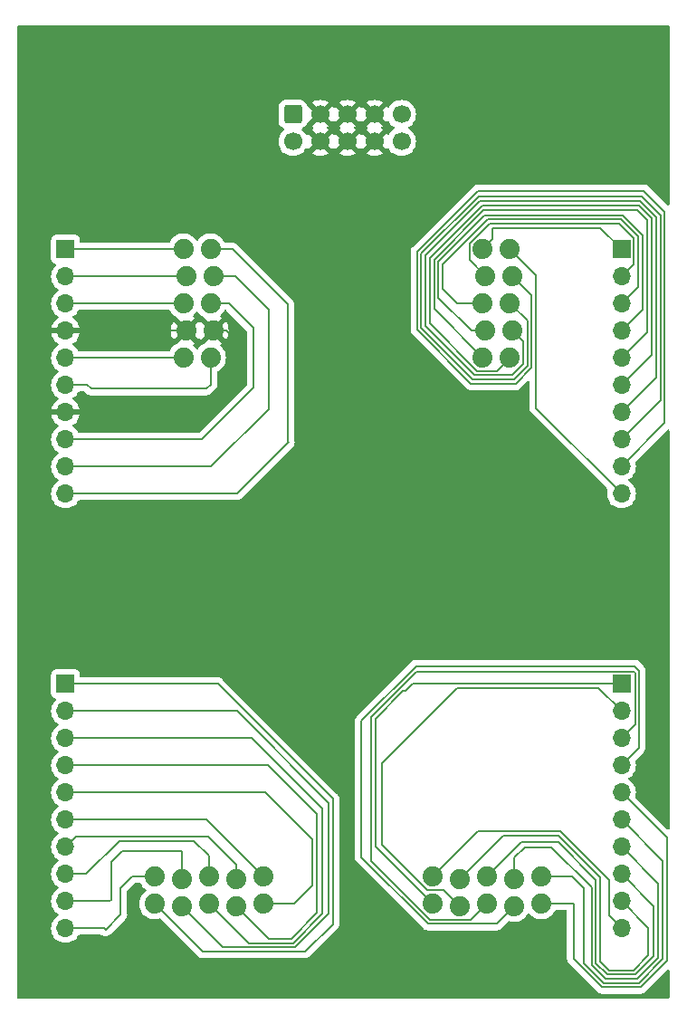
<source format=gbr>
%TF.GenerationSoftware,KiCad,Pcbnew,7.0.10*%
%TF.CreationDate,2024-02-02T23:11:49-08:00*%
%TF.ProjectId,Patch_SM_Breadboard_Adapter,50617463-685f-4534-9d5f-427265616462,rev?*%
%TF.SameCoordinates,Original*%
%TF.FileFunction,Copper,L1,Top*%
%TF.FilePolarity,Positive*%
%FSLAX46Y46*%
G04 Gerber Fmt 4.6, Leading zero omitted, Abs format (unit mm)*
G04 Created by KiCad (PCBNEW 7.0.10) date 2024-02-02 23:11:49*
%MOMM*%
%LPD*%
G01*
G04 APERTURE LIST*
G04 Aperture macros list*
%AMRoundRect*
0 Rectangle with rounded corners*
0 $1 Rounding radius*
0 $2 $3 $4 $5 $6 $7 $8 $9 X,Y pos of 4 corners*
0 Add a 4 corners polygon primitive as box body*
4,1,4,$2,$3,$4,$5,$6,$7,$8,$9,$2,$3,0*
0 Add four circle primitives for the rounded corners*
1,1,$1+$1,$2,$3*
1,1,$1+$1,$4,$5*
1,1,$1+$1,$6,$7*
1,1,$1+$1,$8,$9*
0 Add four rect primitives between the rounded corners*
20,1,$1+$1,$2,$3,$4,$5,0*
20,1,$1+$1,$4,$5,$6,$7,0*
20,1,$1+$1,$6,$7,$8,$9,0*
20,1,$1+$1,$8,$9,$2,$3,0*%
G04 Aperture macros list end*
%TA.AperFunction,ComponentPad*%
%ADD10C,1.879600*%
%TD*%
%TA.AperFunction,ComponentPad*%
%ADD11RoundRect,0.250000X-0.600000X0.600000X-0.600000X-0.600000X0.600000X-0.600000X0.600000X0.600000X0*%
%TD*%
%TA.AperFunction,ComponentPad*%
%ADD12C,1.700000*%
%TD*%
%TA.AperFunction,ComponentPad*%
%ADD13R,1.700000X1.700000*%
%TD*%
%TA.AperFunction,ComponentPad*%
%ADD14O,1.700000X1.700000*%
%TD*%
%TA.AperFunction,Conductor*%
%ADD15C,0.200000*%
%TD*%
G04 APERTURE END LIST*
D10*
%TO.P,U$1,D1*%
%TO.N,D1*%
X64023000Y-41405000D03*
%TO.P,U$1,D10*%
%TO.N,D10*%
X66563000Y-41405000D03*
%TO.P,U$1,D2*%
%TO.N,D2*%
X64277000Y-43945000D03*
%TO.P,U$1,D9*%
%TO.N,D9*%
X66817000Y-43945000D03*
%TO.P,U$1,D3*%
%TO.N,D3*%
X64023000Y-46485000D03*
%TO.P,U$1,D8*%
%TO.N,D8*%
X66563000Y-46485000D03*
%TO.P,U$1,D4*%
%TO.N,D4*%
X64277000Y-49025000D03*
%TO.P,U$1,D7*%
%TO.N,D7*%
X66817000Y-49025000D03*
%TO.P,U$1,D5*%
%TO.N,D5*%
X64023000Y-51565000D03*
%TO.P,U$1,D6*%
%TO.N,D6*%
X66563000Y-51565000D03*
%TO.P,U$1,C6*%
%TO.N,C6*%
X69500000Y-100088000D03*
%TO.P,U$1,C5*%
%TO.N,C5*%
X69500000Y-102628000D03*
%TO.P,U$1,C7*%
%TO.N,C7*%
X66960000Y-100342000D03*
%TO.P,U$1,C4*%
%TO.N,C4*%
X66960000Y-102882000D03*
%TO.P,U$1,C8*%
%TO.N,C8*%
X64420000Y-100088000D03*
%TO.P,U$1,C3*%
%TO.N,C3*%
X64420000Y-102628000D03*
%TO.P,U$1,C9*%
%TO.N,C9*%
X61880000Y-100342000D03*
%TO.P,U$1,C2*%
%TO.N,C2*%
X61880000Y-102882000D03*
%TO.P,U$1,C10*%
%TO.N,C10*%
X59340000Y-100088000D03*
%TO.P,U$1,C1*%
%TO.N,C1*%
X59340000Y-102628000D03*
%TO.P,U$1,B6*%
%TO.N,B6*%
X43500000Y-100088000D03*
%TO.P,U$1,B5*%
%TO.N,B5*%
X43500000Y-102628000D03*
%TO.P,U$1,B7*%
%TO.N,B7*%
X40960000Y-100342000D03*
%TO.P,U$1,B4*%
%TO.N,B4*%
X40960000Y-102882000D03*
%TO.P,U$1,B8*%
%TO.N,B8*%
X38420000Y-100088000D03*
%TO.P,U$1,B3*%
%TO.N,B3*%
X38420000Y-102628000D03*
%TO.P,U$1,B9*%
%TO.N,B9*%
X35880000Y-100342000D03*
%TO.P,U$1,B2*%
%TO.N,B2*%
X35880000Y-102882000D03*
%TO.P,U$1,B10*%
%TO.N,B10*%
X33340000Y-100088000D03*
%TO.P,U$1,B1*%
%TO.N,B1*%
X33340000Y-102628000D03*
%TO.P,U$1,A1*%
%TO.N,-12V*%
X36023000Y-41405000D03*
%TO.P,U$1,A10*%
%TO.N,A10*%
X38563000Y-41405000D03*
%TO.P,U$1,A2*%
%TO.N,A2*%
X36277000Y-43945000D03*
%TO.P,U$1,A9*%
%TO.N,A9*%
X38817000Y-43945000D03*
%TO.P,U$1,A3*%
%TO.N,A3*%
X36023000Y-46485000D03*
%TO.P,U$1,A8*%
%TO.N,A8*%
X38563000Y-46485000D03*
%TO.P,U$1,A4*%
%TO.N,GND*%
X36277000Y-49025000D03*
%TO.P,U$1,A7*%
X38817000Y-49025000D03*
%TO.P,U$1,A5*%
%TO.N,+12V*%
X36023000Y-51565000D03*
%TO.P,U$1,A6*%
%TO.N,A6*%
X38563000Y-51565000D03*
%TD*%
D11*
%TO.P,REF\u002A\u002A,1*%
%TO.N,-12V*%
X46270000Y-28815000D03*
D12*
%TO.P,REF\u002A\u002A,2*%
X46270000Y-31355000D03*
%TO.P,REF\u002A\u002A,3*%
%TO.N,GND*%
X48810000Y-28815000D03*
%TO.P,REF\u002A\u002A,4*%
X48810000Y-31355000D03*
%TO.P,REF\u002A\u002A,5*%
X51350000Y-28815000D03*
%TO.P,REF\u002A\u002A,6*%
X51350000Y-31355000D03*
%TO.P,REF\u002A\u002A,7*%
X53890000Y-28815000D03*
%TO.P,REF\u002A\u002A,8*%
X53890000Y-31355000D03*
%TO.P,REF\u002A\u002A,9*%
%TO.N,+12V*%
X56430000Y-28815000D03*
%TO.P,REF\u002A\u002A,10*%
X56430000Y-31355000D03*
%TD*%
D13*
%TO.P,B,1*%
%TO.N,B1*%
X25000000Y-82070000D03*
D14*
%TO.P,B,2*%
%TO.N,B2*%
X25000000Y-84610000D03*
%TO.P,B,3*%
%TO.N,B3*%
X25000000Y-87150000D03*
%TO.P,B,4*%
%TO.N,B4*%
X25000000Y-89690000D03*
%TO.P,B,5*%
%TO.N,B5*%
X25000000Y-92230000D03*
%TO.P,B,6*%
%TO.N,B6*%
X25000000Y-94770000D03*
%TO.P,B,7*%
%TO.N,B7*%
X25000000Y-97310000D03*
%TO.P,B,8*%
%TO.N,B8*%
X25000000Y-99850000D03*
%TO.P,B,9*%
%TO.N,B9*%
X25000000Y-102390000D03*
%TO.P,B,10*%
%TO.N,B10*%
X25000000Y-104930000D03*
%TD*%
D13*
%TO.P,C,1*%
%TO.N,C1*%
X77000000Y-82070000D03*
D14*
%TO.P,C,2*%
%TO.N,C2*%
X77000000Y-84610000D03*
%TO.P,C,3*%
%TO.N,C3*%
X77000000Y-87150000D03*
%TO.P,C,4*%
%TO.N,C4*%
X77000000Y-89690000D03*
%TO.P,C,5*%
%TO.N,C5*%
X77000000Y-92230000D03*
%TO.P,C,6*%
%TO.N,C6*%
X77000000Y-94770000D03*
%TO.P,C,7*%
%TO.N,C7*%
X77000000Y-97310000D03*
%TO.P,C,8*%
%TO.N,C8*%
X77000000Y-99850000D03*
%TO.P,C,9*%
%TO.N,C9*%
X77000000Y-102390000D03*
%TO.P,C,10*%
%TO.N,C10*%
X77000000Y-104930000D03*
%TD*%
D13*
%TO.P,D,1*%
%TO.N,D1*%
X77000000Y-41430000D03*
D14*
%TO.P,D,2*%
%TO.N,D2*%
X77000000Y-43970000D03*
%TO.P,D,3*%
%TO.N,D3*%
X77000000Y-46510000D03*
%TO.P,D,4*%
%TO.N,D4*%
X77000000Y-49050000D03*
%TO.P,D,5*%
%TO.N,D5*%
X77000000Y-51590000D03*
%TO.P,D,6*%
%TO.N,D6*%
X77000000Y-54130000D03*
%TO.P,D,7*%
%TO.N,D7*%
X77000000Y-56670000D03*
%TO.P,D,8*%
%TO.N,D8*%
X77000000Y-59210000D03*
%TO.P,D,9*%
%TO.N,D9*%
X77000000Y-61750000D03*
%TO.P,D,10*%
%TO.N,D10*%
X77000000Y-64290000D03*
%TD*%
D13*
%TO.P,A,1*%
%TO.N,-12V*%
X25000000Y-41430000D03*
D14*
%TO.P,A,2*%
%TO.N,A2*%
X25000000Y-43970000D03*
%TO.P,A,3*%
%TO.N,A3*%
X25000000Y-46510000D03*
%TO.P,A,4*%
%TO.N,GND*%
X25000000Y-49050000D03*
%TO.P,A,5*%
%TO.N,+12V*%
X25000000Y-51590000D03*
%TO.P,A,6*%
%TO.N,A6*%
X25000000Y-54130000D03*
%TO.P,A,7*%
%TO.N,GND*%
X25000000Y-56670000D03*
%TO.P,A,8*%
%TO.N,A8*%
X25000000Y-59210000D03*
%TO.P,A,9*%
%TO.N,A9*%
X25000000Y-61750000D03*
%TO.P,A,10*%
%TO.N,A10*%
X25000000Y-64290000D03*
%TD*%
D15*
%TO.N,C4*%
X66960000Y-102882000D02*
X65320200Y-104521800D01*
X65320200Y-104521800D02*
X58914772Y-104521800D01*
X58914772Y-104521800D02*
X52680000Y-98287028D01*
X57803628Y-80405000D02*
X78235000Y-80405000D01*
X78665000Y-80835000D02*
X78665000Y-88025000D01*
X52680000Y-98287028D02*
X52680000Y-85528628D01*
X52680000Y-85528628D02*
X57803628Y-80405000D01*
X78665000Y-88025000D02*
X77000000Y-89690000D01*
X78235000Y-80405000D02*
X78665000Y-80835000D01*
%TO.N,C3*%
X64420000Y-102628000D02*
X62926200Y-104121800D01*
X62926200Y-104121800D02*
X59080458Y-104121800D01*
X53565000Y-98606342D02*
X53565000Y-85209314D01*
X59080458Y-104121800D02*
X53565000Y-98606342D01*
X53565000Y-85209314D02*
X57854314Y-80920000D01*
X78150000Y-80920000D02*
X78265000Y-81035000D01*
X57854314Y-80920000D02*
X78150000Y-80920000D01*
X78265000Y-81035000D02*
X78265000Y-85885000D01*
X78265000Y-85885000D02*
X77000000Y-87150000D01*
%TO.N,C2*%
X58826458Y-101327800D02*
X54625000Y-97126342D01*
X54625000Y-97126342D02*
X54625000Y-89505000D01*
X74860000Y-82470000D02*
X77000000Y-84610000D01*
X61880000Y-102882000D02*
X60325800Y-101327800D01*
X60325800Y-101327800D02*
X58826458Y-101327800D01*
X54625000Y-89505000D02*
X61660000Y-82470000D01*
X61660000Y-82470000D02*
X74860000Y-82470000D01*
%TO.N,C1*%
X53965000Y-85375000D02*
X56585000Y-82755000D01*
X59340000Y-102628000D02*
X53965000Y-97253000D01*
X56585000Y-82755000D02*
X56765000Y-82755000D01*
X53965000Y-97253000D02*
X53965000Y-85375000D01*
X56765000Y-82755000D02*
X57450000Y-82070000D01*
X57450000Y-82070000D02*
X77000000Y-82070000D01*
%TO.N,C5*%
X72482000Y-102628000D02*
X72510000Y-102600000D01*
X69500000Y-102628000D02*
X72482000Y-102628000D01*
X72510000Y-102600000D02*
X72510000Y-107772741D01*
X72510000Y-107772741D02*
X75182259Y-110445000D01*
X75182259Y-110445000D02*
X78792058Y-110445000D01*
X78792058Y-110445000D02*
X81245000Y-107992057D01*
X81245000Y-107992057D02*
X81245000Y-96475000D01*
X81245000Y-96475000D02*
X77000000Y-92230000D01*
%TO.N,C10*%
X59340000Y-100088000D02*
X63573000Y-95855000D01*
X71265686Y-95855000D02*
X75830000Y-100419314D01*
X75830000Y-100419314D02*
X75830000Y-103760000D01*
X63573000Y-95855000D02*
X71265686Y-95855000D01*
X75830000Y-103760000D02*
X77000000Y-104930000D01*
%TO.N,C9*%
X65967000Y-96255000D02*
X71100000Y-96255000D01*
X75015000Y-100170000D02*
X75015000Y-108015000D01*
X71100000Y-96255000D02*
X75015000Y-100170000D01*
X79514657Y-107459657D02*
X79514657Y-104904657D01*
X75015000Y-108015000D02*
X75845000Y-108845000D01*
X61880000Y-100342000D02*
X65967000Y-96255000D01*
X75845000Y-108845000D02*
X78129314Y-108845000D01*
X78129314Y-108845000D02*
X79514657Y-107459657D01*
X79514657Y-104904657D02*
X77000000Y-102390000D01*
%TO.N,C6*%
X72403000Y-100088000D02*
X73470000Y-101155000D01*
X69500000Y-100088000D02*
X72403000Y-100088000D01*
X80845000Y-98615000D02*
X77000000Y-94770000D01*
X73470000Y-101155000D02*
X73470000Y-108167056D01*
X73470000Y-108167056D02*
X75347944Y-110045000D01*
X75347944Y-110045000D02*
X78626372Y-110045000D01*
X78626372Y-110045000D02*
X80845000Y-107826372D01*
X80845000Y-107826372D02*
X80845000Y-98615000D01*
%TO.N,C7*%
X66960000Y-100342000D02*
X66960000Y-98340000D01*
X66960000Y-98340000D02*
X67940000Y-97360000D01*
X74215000Y-108346372D02*
X75513629Y-109645000D01*
X67940000Y-97360000D02*
X70445000Y-97360000D01*
X70445000Y-97360000D02*
X74215000Y-101130000D01*
X78460686Y-109645000D02*
X80440000Y-107665685D01*
X74215000Y-101130000D02*
X74215000Y-108346372D01*
X75513629Y-109645000D02*
X78460686Y-109645000D01*
X80440000Y-107665685D02*
X80440000Y-100750000D01*
X80440000Y-100750000D02*
X77000000Y-97310000D01*
%TO.N,C8*%
X71080000Y-96855000D02*
X74615000Y-100390000D01*
X80040000Y-107500000D02*
X80040000Y-102890000D01*
X67653000Y-96855000D02*
X71080000Y-96855000D01*
X74615000Y-100390000D02*
X74615000Y-108180686D01*
X64420000Y-100088000D02*
X67653000Y-96855000D01*
X80040000Y-102890000D02*
X77000000Y-99850000D01*
X74615000Y-108180686D02*
X75679314Y-109245000D01*
X75679314Y-109245000D02*
X78295000Y-109245000D01*
X78295000Y-109245000D02*
X80040000Y-107500000D01*
%TO.N,D10*%
X66563000Y-41405000D02*
X69002800Y-43844800D01*
X69002800Y-43844800D02*
X69002800Y-56292800D01*
X69002800Y-56292800D02*
X77000000Y-64290000D01*
%TO.N,D9*%
X66817000Y-43945000D02*
X68602800Y-45730800D01*
X68602800Y-45730800D02*
X68602800Y-52513572D01*
X68602800Y-52513572D02*
X67111570Y-54004800D01*
X67111570Y-54004800D02*
X62938428Y-54004800D01*
X62938428Y-54004800D02*
X57875000Y-48941370D01*
X57875000Y-48941370D02*
X57875000Y-41668628D01*
X57875000Y-41668628D02*
X63583628Y-35960000D01*
X63583628Y-35960000D02*
X79105000Y-35960000D01*
X79105000Y-35960000D02*
X81055000Y-37910000D01*
X81055000Y-37910000D02*
X81055000Y-57695000D01*
X81055000Y-57695000D02*
X77000000Y-61750000D01*
%TO.N,D8*%
X66563000Y-46485000D02*
X68202800Y-48124800D01*
X66945885Y-53604800D02*
X63104114Y-53604800D01*
X58275000Y-48775685D02*
X58275000Y-41834314D01*
X63624314Y-36485000D02*
X78887058Y-36485000D01*
X68202800Y-48124800D02*
X68202800Y-52347886D01*
X68202800Y-52347886D02*
X66945885Y-53604800D01*
X63104114Y-53604800D02*
X58275000Y-48775685D01*
X80655000Y-38252943D02*
X80655000Y-55555000D01*
X58275000Y-41834314D02*
X63624314Y-36485000D01*
X78887058Y-36485000D02*
X80655000Y-38252943D01*
X80655000Y-55555000D02*
X77000000Y-59210000D01*
%TO.N,D7*%
X66817000Y-49025000D02*
X67802800Y-50010800D01*
X67802800Y-50010800D02*
X67802800Y-52182200D01*
X67802800Y-52182200D02*
X66780200Y-53204800D01*
X66780200Y-53204800D02*
X63269800Y-53204800D01*
X58675000Y-48610000D02*
X58675000Y-42000000D01*
X63269800Y-53204800D02*
X58675000Y-48610000D01*
X58675000Y-42000000D02*
X63740000Y-36935000D01*
X80255000Y-38418628D02*
X80255000Y-53415000D01*
X63740000Y-36935000D02*
X78771372Y-36935000D01*
X78771372Y-36935000D02*
X80255000Y-38418628D01*
X80255000Y-53415000D02*
X77000000Y-56670000D01*
%TO.N,D6*%
X66563000Y-51565000D02*
X65323200Y-52804800D01*
X79815000Y-38544314D02*
X79815000Y-51315000D01*
X65323200Y-52804800D02*
X63509458Y-52804800D01*
X59075000Y-48370342D02*
X59075000Y-42224314D01*
X59075000Y-42224314D02*
X63964314Y-37335000D01*
X63509458Y-52804800D02*
X59075000Y-48370342D01*
X63964314Y-37335000D02*
X78605686Y-37335000D01*
X78605686Y-37335000D02*
X79815000Y-38544314D01*
X79815000Y-51315000D02*
X77000000Y-54130000D01*
%TO.N,D5*%
X64023000Y-51565000D02*
X59475000Y-47017000D01*
X78460000Y-37755000D02*
X79390000Y-38685000D01*
X59475000Y-47017000D02*
X59475000Y-42390000D01*
X59475000Y-42390000D02*
X64110000Y-37755000D01*
X64110000Y-37755000D02*
X78460000Y-37755000D01*
X79390000Y-49200000D02*
X77000000Y-51590000D01*
X79390000Y-38685000D02*
X79390000Y-49200000D01*
%TO.N,D4*%
X64277000Y-49025000D02*
X62947923Y-49025000D01*
X62947923Y-49025000D02*
X59875000Y-45952077D01*
X59875000Y-45952077D02*
X59875000Y-42560000D01*
X59875000Y-42560000D02*
X64200000Y-38235000D01*
X64200000Y-38235000D02*
X77116372Y-38235000D01*
X77116372Y-38235000D02*
X78990000Y-40108628D01*
X78990000Y-40108628D02*
X78990000Y-47060000D01*
X78990000Y-47060000D02*
X77000000Y-49050000D01*
%TO.N,D3*%
X61610000Y-46485000D02*
X60275000Y-45150000D01*
X78560000Y-40244314D02*
X78560000Y-44950000D01*
X64023000Y-46485000D02*
X61610000Y-46485000D01*
X60275000Y-45150000D02*
X60275000Y-42833973D01*
X76955686Y-38640000D02*
X78560000Y-40244314D01*
X60275000Y-42833973D02*
X64468973Y-38640000D01*
X64468973Y-38640000D02*
X76955686Y-38640000D01*
X78560000Y-44950000D02*
X77000000Y-46510000D01*
%TO.N,D2*%
X64277000Y-43945000D02*
X62783200Y-42451200D01*
X62783200Y-42451200D02*
X62783200Y-40891458D01*
X62783200Y-40891458D02*
X64634658Y-39040000D01*
X78150000Y-42820000D02*
X77000000Y-43970000D01*
X64634658Y-39040000D02*
X76790000Y-39040000D01*
X78150000Y-40400000D02*
X78150000Y-42820000D01*
X76790000Y-39040000D02*
X78150000Y-40400000D01*
%TO.N,D1*%
X64965000Y-40463000D02*
X64965000Y-39440000D01*
X64023000Y-41405000D02*
X64965000Y-40463000D01*
X64965000Y-39440000D02*
X75010000Y-39440000D01*
X75010000Y-39440000D02*
X77000000Y-41430000D01*
%TO.N,B1*%
X33340000Y-102628000D02*
X37832000Y-107120000D01*
X37832000Y-107120000D02*
X47410000Y-107120000D01*
X47410000Y-107120000D02*
X50000000Y-104530000D01*
X50000000Y-104530000D02*
X50000000Y-92830000D01*
X50000000Y-92830000D02*
X39240000Y-82070000D01*
X39240000Y-82070000D02*
X25000000Y-82070000D01*
%TO.N,B2*%
X35880000Y-102882000D02*
X39718000Y-106720000D01*
X39718000Y-106720000D02*
X46431372Y-106720000D01*
X46431372Y-106720000D02*
X49600000Y-103551372D01*
X49600000Y-93185000D02*
X41025000Y-84610000D01*
X49600000Y-103551372D02*
X49600000Y-93185000D01*
X41025000Y-84610000D02*
X25000000Y-84610000D01*
%TO.N,B3*%
X38420000Y-102628000D02*
X42112000Y-106320000D01*
X42112000Y-106320000D02*
X46265686Y-106320000D01*
X46265686Y-106320000D02*
X49025000Y-103560686D01*
X42435000Y-87150000D02*
X25000000Y-87150000D01*
X49025000Y-103560686D02*
X49025000Y-93740000D01*
X49025000Y-93740000D02*
X42435000Y-87150000D01*
%TO.N,B4*%
X48540000Y-103480000D02*
X48540000Y-94270000D01*
X43960000Y-89690000D02*
X25000000Y-89690000D01*
X46100000Y-105920000D02*
X48540000Y-103480000D01*
X40960000Y-102882000D02*
X43998000Y-105920000D01*
X48540000Y-94270000D02*
X43960000Y-89690000D01*
X43998000Y-105920000D02*
X46100000Y-105920000D01*
%TO.N,B5*%
X43500000Y-102628000D02*
X46382000Y-102628000D01*
X43655000Y-92230000D02*
X25000000Y-92230000D01*
X46382000Y-102628000D02*
X48050000Y-100960000D01*
X48050000Y-100960000D02*
X48050000Y-96625000D01*
X48050000Y-96625000D02*
X43655000Y-92230000D01*
%TO.N,B6*%
X43500000Y-100088000D02*
X38182000Y-94770000D01*
X38182000Y-94770000D02*
X25000000Y-94770000D01*
%TO.N,B7*%
X40960000Y-100342000D02*
X40960000Y-99012923D01*
X40960000Y-99012923D02*
X38302077Y-96355000D01*
X38302077Y-96355000D02*
X25955000Y-96355000D01*
X25955000Y-96355000D02*
X25000000Y-97310000D01*
%TO.N,B8*%
X38420000Y-100088000D02*
X38420000Y-98150000D01*
X38420000Y-98150000D02*
X37025000Y-96755000D01*
X37025000Y-96755000D02*
X30030000Y-96755000D01*
X26935000Y-99850000D02*
X25000000Y-99850000D01*
X30030000Y-96755000D02*
X26935000Y-99850000D01*
%TO.N,B9*%
X35880000Y-100342000D02*
X35880000Y-97735000D01*
X29275000Y-98745000D02*
X29275000Y-102245000D01*
X35880000Y-97735000D02*
X35875000Y-97730000D01*
X35875000Y-97730000D02*
X30290000Y-97730000D01*
X30290000Y-97730000D02*
X29275000Y-98745000D01*
X29275000Y-102245000D02*
X29130000Y-102390000D01*
X29130000Y-102390000D02*
X25000000Y-102390000D01*
%TO.N,B10*%
X30160000Y-103665000D02*
X28745000Y-105080000D01*
X28595000Y-104930000D02*
X25000000Y-104930000D01*
X31212000Y-100088000D02*
X30160000Y-101140000D01*
X30160000Y-101140000D02*
X30160000Y-103665000D01*
X33340000Y-100088000D02*
X31212000Y-100088000D01*
X28745000Y-105080000D02*
X28595000Y-104930000D01*
%TO.N,A6*%
X27380000Y-54485000D02*
X38160000Y-54485000D01*
%TO.N,-12V*%
X36023000Y-41405000D02*
X25025000Y-41405000D01*
X25025000Y-41405000D02*
X25000000Y-41430000D01*
%TO.N,A2*%
X36277000Y-43945000D02*
X25025000Y-43945000D01*
X25025000Y-43945000D02*
X25000000Y-43970000D01*
%TO.N,A3*%
X36023000Y-46485000D02*
X25025000Y-46485000D01*
X25025000Y-46485000D02*
X25000000Y-46510000D01*
%TO.N,GND*%
X36277000Y-49025000D02*
X25025000Y-49025000D01*
X25025000Y-49025000D02*
X25000000Y-49050000D01*
%TO.N,+12V*%
X36023000Y-51565000D02*
X25025000Y-51565000D01*
X25025000Y-51565000D02*
X25000000Y-51590000D01*
%TO.N,A10*%
X38563000Y-41405000D02*
X40600000Y-41405000D01*
X45840000Y-59475000D02*
X41025000Y-64290000D01*
X40600000Y-41405000D02*
X45775000Y-46580000D01*
X45775000Y-46580000D02*
X45775000Y-59410000D01*
X45775000Y-59410000D02*
X45840000Y-59475000D01*
X41025000Y-64290000D02*
X25000000Y-64290000D01*
%TO.N,A9*%
X38817000Y-43945000D02*
X40870000Y-43945000D01*
X40870000Y-43945000D02*
X43995000Y-47070000D01*
X43995000Y-47070000D02*
X43995000Y-56360000D01*
X43995000Y-56360000D02*
X38605000Y-61750000D01*
X38605000Y-61750000D02*
X25000000Y-61750000D01*
%TO.N,A8*%
X42565000Y-48795000D02*
X42565000Y-54395000D01*
X38563000Y-46485000D02*
X40255000Y-46485000D01*
X42565000Y-54395000D02*
X37740000Y-59220000D01*
X40255000Y-46485000D02*
X42565000Y-48795000D01*
X37740000Y-59220000D02*
X37730000Y-59210000D01*
X37730000Y-59210000D02*
X25000000Y-59210000D01*
%TO.N,GND*%
X38817000Y-49025000D02*
X40050000Y-49025000D01*
X40050000Y-49025000D02*
X40985000Y-49960000D01*
X40985000Y-49960000D02*
X40985000Y-54365000D01*
X40985000Y-54365000D02*
X38680000Y-56670000D01*
X38680000Y-56670000D02*
X25000000Y-56670000D01*
%TO.N,A6*%
X25000000Y-54130000D02*
X27025000Y-54130000D01*
X38160000Y-54485000D02*
X38563000Y-54082000D01*
X38563000Y-54082000D02*
X38563000Y-51565000D01*
X27025000Y-54130000D02*
X27380000Y-54485000D01*
%TD*%
%TA.AperFunction,Conductor*%
%TO.N,GND*%
G36*
X40021942Y-47105185D02*
G01*
X40042584Y-47121819D01*
X41928181Y-49007416D01*
X41961666Y-49068739D01*
X41964500Y-49095097D01*
X41964500Y-54094902D01*
X41944815Y-54161941D01*
X41928181Y-54182583D01*
X37537584Y-58573181D01*
X37476261Y-58606666D01*
X37449903Y-58609500D01*
X26289091Y-58609500D01*
X26222052Y-58589815D01*
X26176711Y-58537909D01*
X26174037Y-58532175D01*
X26174034Y-58532170D01*
X26174033Y-58532169D01*
X26038495Y-58338599D01*
X26038494Y-58338597D01*
X25871402Y-58171506D01*
X25871401Y-58171505D01*
X25685405Y-58041269D01*
X25641781Y-57986692D01*
X25634588Y-57917193D01*
X25666110Y-57854839D01*
X25685405Y-57838119D01*
X25871082Y-57708105D01*
X26038105Y-57541082D01*
X26173600Y-57347578D01*
X26273429Y-57133492D01*
X26273432Y-57133486D01*
X26330636Y-56920000D01*
X25433686Y-56920000D01*
X25459493Y-56879844D01*
X25500000Y-56741889D01*
X25500000Y-56598111D01*
X25459493Y-56460156D01*
X25433686Y-56420000D01*
X26330636Y-56420000D01*
X26330635Y-56419999D01*
X26273432Y-56206513D01*
X26273429Y-56206507D01*
X26173600Y-55992422D01*
X26173599Y-55992420D01*
X26038113Y-55798926D01*
X26038108Y-55798920D01*
X25871078Y-55631890D01*
X25685405Y-55501879D01*
X25641780Y-55447302D01*
X25634588Y-55377804D01*
X25666110Y-55315449D01*
X25685406Y-55298730D01*
X25747999Y-55254902D01*
X25871401Y-55168495D01*
X26038495Y-55001401D01*
X26174035Y-54807830D01*
X26176707Y-54802097D01*
X26222878Y-54749658D01*
X26289091Y-54730500D01*
X26724903Y-54730500D01*
X26791942Y-54750185D01*
X26812584Y-54766819D01*
X26921799Y-54876034D01*
X26932493Y-54888228D01*
X26951715Y-54913279D01*
X26951716Y-54913280D01*
X26951718Y-54913282D01*
X27038724Y-54980044D01*
X27077159Y-55009536D01*
X27223238Y-55070044D01*
X27301619Y-55080363D01*
X27379999Y-55090682D01*
X27380000Y-55090682D01*
X27411302Y-55086560D01*
X27427487Y-55085500D01*
X38112513Y-55085500D01*
X38128697Y-55086560D01*
X38160000Y-55090682D01*
X38160001Y-55090682D01*
X38212254Y-55083802D01*
X38316762Y-55070044D01*
X38462841Y-55009536D01*
X38501276Y-54980044D01*
X38588282Y-54913282D01*
X38607509Y-54888223D01*
X38618190Y-54876043D01*
X38954043Y-54540190D01*
X38966223Y-54529509D01*
X38991282Y-54510282D01*
X39087536Y-54384841D01*
X39148044Y-54238762D01*
X39155657Y-54180936D01*
X39162363Y-54129999D01*
X39168682Y-54082001D01*
X39168682Y-54081998D01*
X39164561Y-54050697D01*
X39163500Y-54034512D01*
X39163500Y-52951597D01*
X39183185Y-52884558D01*
X39228483Y-52842542D01*
X39283068Y-52813002D01*
X39353469Y-52774903D01*
X39541832Y-52628295D01*
X39703494Y-52452682D01*
X39834047Y-52252856D01*
X39929929Y-52034267D01*
X39988525Y-51802878D01*
X39993335Y-51744833D01*
X40008236Y-51565005D01*
X40008236Y-51564994D01*
X39988526Y-51327130D01*
X39988524Y-51327118D01*
X39929929Y-51095732D01*
X39834048Y-50877147D01*
X39834047Y-50877144D01*
X39703494Y-50677318D01*
X39541832Y-50501705D01*
X39515898Y-50481520D01*
X39475086Y-50424810D01*
X39471411Y-50355037D01*
X39506042Y-50294354D01*
X39533044Y-50274612D01*
X39607191Y-50234485D01*
X39607197Y-50234481D01*
X39644158Y-50205713D01*
X39644159Y-50205711D01*
X38956600Y-49518152D01*
X38961592Y-49517435D01*
X39094470Y-49456752D01*
X39204869Y-49361090D01*
X39283845Y-49238201D01*
X39306522Y-49160969D01*
X39996942Y-49851389D01*
X40087608Y-49712614D01*
X40183454Y-49494104D01*
X40242030Y-49262796D01*
X40242032Y-49262788D01*
X40261735Y-49025006D01*
X40261735Y-49024993D01*
X40242032Y-48787211D01*
X40242030Y-48787203D01*
X40183454Y-48555895D01*
X40087607Y-48337382D01*
X39996942Y-48198609D01*
X39306521Y-48889029D01*
X39283845Y-48811799D01*
X39204869Y-48688910D01*
X39094470Y-48593248D01*
X38961592Y-48532565D01*
X38956599Y-48531847D01*
X39644158Y-47844286D01*
X39644158Y-47844284D01*
X39607203Y-47815521D01*
X39607197Y-47815517D01*
X39533043Y-47775387D01*
X39483453Y-47726167D01*
X39468345Y-47657950D01*
X39492516Y-47592395D01*
X39515893Y-47568483D01*
X39541832Y-47548295D01*
X39703494Y-47372682D01*
X39834047Y-47172856D01*
X39839821Y-47159691D01*
X39884776Y-47106205D01*
X39951512Y-47085514D01*
X39953378Y-47085500D01*
X39954903Y-47085500D01*
X40021942Y-47105185D01*
G37*
%TD.AperFunction*%
%TA.AperFunction,Conductor*%
G36*
X34699661Y-47105185D02*
G01*
X34745416Y-47157989D01*
X34746179Y-47159692D01*
X34751951Y-47172853D01*
X34751953Y-47172856D01*
X34882506Y-47372682D01*
X35044168Y-47548295D01*
X35232531Y-47694903D01*
X35382098Y-47775845D01*
X35431687Y-47825064D01*
X35431996Y-47826443D01*
X36137400Y-48531847D01*
X36132408Y-48532565D01*
X35999530Y-48593248D01*
X35889131Y-48688910D01*
X35810155Y-48811799D01*
X35787477Y-48889031D01*
X35097056Y-48198610D01*
X35006392Y-48337383D01*
X35006390Y-48337387D01*
X34910545Y-48555895D01*
X34851969Y-48787203D01*
X34851967Y-48787211D01*
X34832265Y-49024993D01*
X34832265Y-49025006D01*
X34851967Y-49262788D01*
X34851969Y-49262796D01*
X34910545Y-49494104D01*
X35006392Y-49712617D01*
X35097055Y-49851388D01*
X35787477Y-49160968D01*
X35810155Y-49238201D01*
X35889131Y-49361090D01*
X35999530Y-49456752D01*
X36132408Y-49517435D01*
X36137399Y-49518152D01*
X35431744Y-50223807D01*
X35431349Y-50225548D01*
X35382098Y-50274154D01*
X35306529Y-50315051D01*
X35232529Y-50355098D01*
X35044169Y-50501704D01*
X34882506Y-50677317D01*
X34751951Y-50877146D01*
X34746179Y-50890308D01*
X34701224Y-50943795D01*
X34634488Y-50964486D01*
X34632622Y-50964500D01*
X26275227Y-50964500D01*
X26208188Y-50944815D01*
X26173652Y-50911623D01*
X26038494Y-50718597D01*
X25871402Y-50551506D01*
X25871401Y-50551505D01*
X25685405Y-50421269D01*
X25641781Y-50366692D01*
X25634588Y-50297193D01*
X25666110Y-50234839D01*
X25685405Y-50218119D01*
X25871082Y-50088105D01*
X26038105Y-49921082D01*
X26173600Y-49727578D01*
X26273429Y-49513492D01*
X26273432Y-49513486D01*
X26330636Y-49300000D01*
X25433686Y-49300000D01*
X25459493Y-49259844D01*
X25500000Y-49121889D01*
X25500000Y-48978111D01*
X25459493Y-48840156D01*
X25433686Y-48800000D01*
X26330636Y-48800000D01*
X26330635Y-48799999D01*
X26273432Y-48586513D01*
X26273429Y-48586507D01*
X26173600Y-48372422D01*
X26173599Y-48372420D01*
X26038113Y-48178926D01*
X26038108Y-48178920D01*
X25871078Y-48011890D01*
X25685405Y-47881879D01*
X25641780Y-47827302D01*
X25634588Y-47757804D01*
X25666110Y-47695449D01*
X25685406Y-47678730D01*
X25715083Y-47657950D01*
X25871401Y-47548495D01*
X26038495Y-47381401D01*
X26174035Y-47187830D01*
X26188367Y-47157093D01*
X26234540Y-47104656D01*
X26300749Y-47085500D01*
X34632622Y-47085500D01*
X34699661Y-47105185D01*
G37*
%TD.AperFunction*%
%TA.AperFunction,Conductor*%
G36*
X38350155Y-49238201D02*
G01*
X38429131Y-49361090D01*
X38539530Y-49456752D01*
X38672408Y-49517435D01*
X38677399Y-49518152D01*
X37971744Y-50223807D01*
X37971349Y-50225548D01*
X37922098Y-50274154D01*
X37846529Y-50315051D01*
X37772529Y-50355098D01*
X37584169Y-50501704D01*
X37422508Y-50677315D01*
X37396808Y-50716652D01*
X37343661Y-50762008D01*
X37274430Y-50771431D01*
X37211094Y-50741928D01*
X37189192Y-50716652D01*
X37163494Y-50677318D01*
X37001832Y-50501705D01*
X36975898Y-50481520D01*
X36935086Y-50424810D01*
X36931411Y-50355037D01*
X36966042Y-50294354D01*
X36993044Y-50274612D01*
X37067191Y-50234485D01*
X37067197Y-50234481D01*
X37104158Y-50205713D01*
X37104159Y-50205711D01*
X36416600Y-49518152D01*
X36421592Y-49517435D01*
X36554470Y-49456752D01*
X36664869Y-49361090D01*
X36743845Y-49238201D01*
X36766522Y-49160969D01*
X37456942Y-49851389D01*
X37469363Y-49850101D01*
X37496335Y-49827082D01*
X37565566Y-49817658D01*
X37628902Y-49847159D01*
X37632124Y-49850878D01*
X37637055Y-49851389D01*
X38327477Y-49160968D01*
X38350155Y-49238201D01*
G37*
%TD.AperFunction*%
%TA.AperFunction,Conductor*%
G36*
X37374904Y-47308071D02*
G01*
X37396809Y-47333350D01*
X37420817Y-47370097D01*
X37422506Y-47372682D01*
X37584168Y-47548295D01*
X37772531Y-47694903D01*
X37922098Y-47775845D01*
X37971687Y-47825064D01*
X37971996Y-47826443D01*
X38677400Y-48531847D01*
X38672408Y-48532565D01*
X38539530Y-48593248D01*
X38429131Y-48688910D01*
X38350155Y-48811799D01*
X38327477Y-48889031D01*
X37637055Y-48198609D01*
X37624632Y-48199897D01*
X37597658Y-48222918D01*
X37528427Y-48232339D01*
X37465092Y-48202836D01*
X37461872Y-48199120D01*
X37456942Y-48198609D01*
X36766521Y-48889029D01*
X36743845Y-48811799D01*
X36664869Y-48688910D01*
X36554470Y-48593248D01*
X36421592Y-48532565D01*
X36416599Y-48531847D01*
X37104158Y-47844286D01*
X37104158Y-47844284D01*
X37067203Y-47815521D01*
X37067197Y-47815517D01*
X36993043Y-47775387D01*
X36943453Y-47726167D01*
X36928345Y-47657950D01*
X36952516Y-47592395D01*
X36975893Y-47568483D01*
X37001832Y-47548295D01*
X37163494Y-47372682D01*
X37189191Y-47333350D01*
X37242337Y-47287993D01*
X37311568Y-47278569D01*
X37374904Y-47308071D01*
G37*
%TD.AperFunction*%
%TA.AperFunction,Conductor*%
G36*
X48350507Y-29024844D02*
G01*
X48428239Y-29145798D01*
X48536900Y-29239952D01*
X48667685Y-29299680D01*
X48677466Y-29301086D01*
X48048625Y-29929925D01*
X48125031Y-29983425D01*
X48168655Y-30038002D01*
X48175848Y-30107501D01*
X48144326Y-30169855D01*
X48125029Y-30186576D01*
X48048625Y-30240072D01*
X48677466Y-30868913D01*
X48667685Y-30870320D01*
X48536900Y-30930048D01*
X48428239Y-31024202D01*
X48350507Y-31145156D01*
X48326923Y-31225476D01*
X47695073Y-30593626D01*
X47641881Y-30669594D01*
X47587304Y-30713219D01*
X47517806Y-30720413D01*
X47455451Y-30688891D01*
X47438730Y-30669594D01*
X47308494Y-30483597D01*
X47141398Y-30316501D01*
X47140030Y-30315354D01*
X47139592Y-30314696D01*
X47137573Y-30312677D01*
X47137978Y-30312271D01*
X47101330Y-30257182D01*
X47100224Y-30187321D01*
X47137063Y-30127952D01*
X47180737Y-30102662D01*
X47189334Y-30099814D01*
X47338656Y-30007712D01*
X47462712Y-29883656D01*
X47554814Y-29734334D01*
X47578794Y-29661965D01*
X47618565Y-29604523D01*
X47683081Y-29577699D01*
X47693861Y-29577585D01*
X48326923Y-28944523D01*
X48350507Y-29024844D01*
G37*
%TD.AperFunction*%
%TA.AperFunction,Conductor*%
G36*
X50890507Y-29024844D02*
G01*
X50968239Y-29145798D01*
X51076900Y-29239952D01*
X51207685Y-29299680D01*
X51217466Y-29301086D01*
X50588625Y-29929925D01*
X50665031Y-29983425D01*
X50708655Y-30038002D01*
X50715848Y-30107501D01*
X50684326Y-30169855D01*
X50665029Y-30186576D01*
X50588625Y-30240072D01*
X51217466Y-30868913D01*
X51207685Y-30870320D01*
X51076900Y-30930048D01*
X50968239Y-31024202D01*
X50890507Y-31145156D01*
X50866923Y-31225476D01*
X50235072Y-30593625D01*
X50235072Y-30593626D01*
X50181574Y-30670030D01*
X50126998Y-30713655D01*
X50057499Y-30720849D01*
X49995144Y-30689326D01*
X49978424Y-30670030D01*
X49924925Y-30593626D01*
X49924925Y-30593625D01*
X49293076Y-31225475D01*
X49269493Y-31145156D01*
X49191761Y-31024202D01*
X49083100Y-30930048D01*
X48952315Y-30870320D01*
X48942533Y-30868913D01*
X49571373Y-30240073D01*
X49494969Y-30186576D01*
X49451344Y-30131999D01*
X49444150Y-30062501D01*
X49475672Y-30000146D01*
X49494968Y-29983425D01*
X49571373Y-29929925D01*
X48942533Y-29301086D01*
X48952315Y-29299680D01*
X49083100Y-29239952D01*
X49191761Y-29145798D01*
X49269493Y-29024844D01*
X49293076Y-28944524D01*
X49924925Y-29576373D01*
X49978425Y-29499968D01*
X50033002Y-29456344D01*
X50102501Y-29449151D01*
X50164855Y-29480673D01*
X50181576Y-29499969D01*
X50235073Y-29576372D01*
X50866922Y-28944523D01*
X50890507Y-29024844D01*
G37*
%TD.AperFunction*%
%TA.AperFunction,Conductor*%
G36*
X53430507Y-29024844D02*
G01*
X53508239Y-29145798D01*
X53616900Y-29239952D01*
X53747685Y-29299680D01*
X53757466Y-29301086D01*
X53128625Y-29929925D01*
X53205031Y-29983425D01*
X53248655Y-30038002D01*
X53255848Y-30107501D01*
X53224326Y-30169855D01*
X53205029Y-30186576D01*
X53128625Y-30240072D01*
X53757466Y-30868913D01*
X53747685Y-30870320D01*
X53616900Y-30930048D01*
X53508239Y-31024202D01*
X53430507Y-31145156D01*
X53406923Y-31225476D01*
X52775072Y-30593625D01*
X52775072Y-30593626D01*
X52721574Y-30670030D01*
X52666998Y-30713655D01*
X52597499Y-30720849D01*
X52535144Y-30689326D01*
X52518424Y-30670030D01*
X52464925Y-30593626D01*
X52464925Y-30593625D01*
X51833076Y-31225475D01*
X51809493Y-31145156D01*
X51731761Y-31024202D01*
X51623100Y-30930048D01*
X51492315Y-30870320D01*
X51482533Y-30868913D01*
X52111373Y-30240073D01*
X52034969Y-30186576D01*
X51991344Y-30131999D01*
X51984150Y-30062501D01*
X52015672Y-30000146D01*
X52034968Y-29983425D01*
X52111373Y-29929925D01*
X51482533Y-29301086D01*
X51492315Y-29299680D01*
X51623100Y-29239952D01*
X51731761Y-29145798D01*
X51809493Y-29024844D01*
X51833076Y-28944524D01*
X52464925Y-29576373D01*
X52518425Y-29499968D01*
X52573002Y-29456344D01*
X52642501Y-29449151D01*
X52704855Y-29480673D01*
X52721576Y-29499969D01*
X52775073Y-29576372D01*
X53406922Y-28944523D01*
X53430507Y-29024844D01*
G37*
%TD.AperFunction*%
%TA.AperFunction,Conductor*%
G36*
X55004925Y-29576373D02*
G01*
X55058119Y-29500405D01*
X55112696Y-29456781D01*
X55182195Y-29449588D01*
X55244549Y-29481110D01*
X55261269Y-29500405D01*
X55391505Y-29686401D01*
X55391506Y-29686402D01*
X55558597Y-29853493D01*
X55558603Y-29853498D01*
X55744158Y-29983425D01*
X55787783Y-30038002D01*
X55794977Y-30107500D01*
X55763454Y-30169855D01*
X55744158Y-30186575D01*
X55558597Y-30316505D01*
X55391505Y-30483597D01*
X55261269Y-30669595D01*
X55206692Y-30713220D01*
X55137194Y-30720414D01*
X55074839Y-30688891D01*
X55058119Y-30669595D01*
X55004925Y-30593626D01*
X55004925Y-30593625D01*
X54373076Y-31225475D01*
X54349493Y-31145156D01*
X54271761Y-31024202D01*
X54163100Y-30930048D01*
X54032315Y-30870320D01*
X54022533Y-30868913D01*
X54651373Y-30240073D01*
X54574969Y-30186576D01*
X54531344Y-30131999D01*
X54524150Y-30062501D01*
X54555672Y-30000146D01*
X54574968Y-29983425D01*
X54651373Y-29929925D01*
X54022533Y-29301086D01*
X54032315Y-29299680D01*
X54163100Y-29239952D01*
X54271761Y-29145798D01*
X54349493Y-29024844D01*
X54373076Y-28944524D01*
X55004925Y-29576373D01*
G37*
%TD.AperFunction*%
%TA.AperFunction,Conductor*%
G36*
X81442539Y-20520185D02*
G01*
X81488294Y-20572989D01*
X81499500Y-20624500D01*
X81499500Y-37205902D01*
X81479815Y-37272941D01*
X81427011Y-37318696D01*
X81357853Y-37328640D01*
X81294297Y-37299615D01*
X81287819Y-37293583D01*
X79563199Y-35568964D01*
X79552504Y-35556769D01*
X79533283Y-35531719D01*
X79533279Y-35531716D01*
X79407841Y-35435464D01*
X79261762Y-35374956D01*
X79261760Y-35374955D01*
X79144361Y-35359500D01*
X79105000Y-35354318D01*
X79073697Y-35358439D01*
X79057513Y-35359500D01*
X63631115Y-35359500D01*
X63614930Y-35358439D01*
X63583628Y-35354318D01*
X63544267Y-35359500D01*
X63426867Y-35374955D01*
X63426865Y-35374956D01*
X63280785Y-35435464D01*
X63155346Y-35531716D01*
X63136117Y-35556775D01*
X63125426Y-35568965D01*
X57483965Y-41210426D01*
X57471775Y-41221117D01*
X57446717Y-41240346D01*
X57418045Y-41277714D01*
X57418044Y-41277715D01*
X57350464Y-41365786D01*
X57350461Y-41365791D01*
X57289957Y-41511862D01*
X57289955Y-41511867D01*
X57269318Y-41668626D01*
X57269318Y-41668627D01*
X57273439Y-41699929D01*
X57274500Y-41716115D01*
X57274500Y-48893882D01*
X57273439Y-48910067D01*
X57269318Y-48941368D01*
X57269318Y-48941370D01*
X57274500Y-48980730D01*
X57274500Y-48980731D01*
X57289955Y-49098130D01*
X57289956Y-49098132D01*
X57347974Y-49238201D01*
X57350464Y-49244211D01*
X57440148Y-49361090D01*
X57446719Y-49369653D01*
X57471769Y-49388874D01*
X57483964Y-49399569D01*
X62480227Y-54395834D01*
X62490921Y-54408028D01*
X62510145Y-54433081D01*
X62510146Y-54433082D01*
X62570341Y-54479271D01*
X62635587Y-54529336D01*
X62635589Y-54529336D01*
X62635591Y-54529338D01*
X62689728Y-54551762D01*
X62781666Y-54589844D01*
X62860047Y-54600163D01*
X62938427Y-54610482D01*
X62938428Y-54610482D01*
X62969730Y-54606360D01*
X62985915Y-54605300D01*
X67064083Y-54605300D01*
X67080267Y-54606360D01*
X67111570Y-54610482D01*
X67111571Y-54610482D01*
X67163824Y-54603602D01*
X67268332Y-54589844D01*
X67414411Y-54529336D01*
X67479657Y-54479271D01*
X67539852Y-54433082D01*
X67559080Y-54408022D01*
X67569759Y-54395844D01*
X68190620Y-53774985D01*
X68251942Y-53741501D01*
X68321634Y-53746485D01*
X68377567Y-53788357D01*
X68401984Y-53853821D01*
X68402300Y-53862667D01*
X68402300Y-56245312D01*
X68401239Y-56261497D01*
X68397118Y-56292798D01*
X68397118Y-56292801D01*
X68411147Y-56399361D01*
X68417755Y-56449560D01*
X68417756Y-56449562D01*
X68478264Y-56595641D01*
X68529829Y-56662842D01*
X68574519Y-56721083D01*
X68599569Y-56740304D01*
X68611764Y-56750999D01*
X75667233Y-63806468D01*
X75700718Y-63867791D01*
X75699327Y-63926241D01*
X75664939Y-64054583D01*
X75664936Y-64054596D01*
X75644341Y-64289999D01*
X75644341Y-64290000D01*
X75664936Y-64525403D01*
X75664938Y-64525413D01*
X75726094Y-64753655D01*
X75726097Y-64753663D01*
X75825965Y-64967830D01*
X75825967Y-64967834D01*
X75934281Y-65122521D01*
X75961505Y-65161401D01*
X76128599Y-65328495D01*
X76225384Y-65396265D01*
X76322165Y-65464032D01*
X76322167Y-65464033D01*
X76322170Y-65464035D01*
X76536337Y-65563903D01*
X76764592Y-65625063D01*
X76952918Y-65641539D01*
X76999999Y-65645659D01*
X77000000Y-65645659D01*
X77000001Y-65645659D01*
X77039234Y-65642226D01*
X77235408Y-65625063D01*
X77463663Y-65563903D01*
X77677830Y-65464035D01*
X77871401Y-65328495D01*
X78038495Y-65161401D01*
X78174035Y-64967830D01*
X78273903Y-64753663D01*
X78335063Y-64525408D01*
X78355659Y-64290000D01*
X78335063Y-64054592D01*
X78273903Y-63826337D01*
X78174035Y-63612171D01*
X78174034Y-63612169D01*
X78038494Y-63418597D01*
X77871402Y-63251506D01*
X77871396Y-63251501D01*
X77685842Y-63121575D01*
X77642217Y-63066998D01*
X77635023Y-62997500D01*
X77666546Y-62935145D01*
X77685842Y-62918425D01*
X77708026Y-62902891D01*
X77871401Y-62788495D01*
X78038495Y-62621401D01*
X78174035Y-62427830D01*
X78273903Y-62213663D01*
X78335063Y-61985408D01*
X78355659Y-61750000D01*
X78335063Y-61514592D01*
X78300671Y-61386239D01*
X78302334Y-61316393D01*
X78332763Y-61266470D01*
X81287819Y-58311415D01*
X81349142Y-58277930D01*
X81418834Y-58282914D01*
X81474767Y-58324786D01*
X81499184Y-58390250D01*
X81499500Y-58399096D01*
X81499500Y-95580903D01*
X81479815Y-95647942D01*
X81427011Y-95693697D01*
X81357853Y-95703641D01*
X81294297Y-95674616D01*
X81287819Y-95668584D01*
X78332766Y-92713531D01*
X78299281Y-92652208D01*
X78300672Y-92593757D01*
X78301863Y-92589309D01*
X78335063Y-92465408D01*
X78355659Y-92230000D01*
X78335063Y-91994592D01*
X78288626Y-91821285D01*
X78273905Y-91766344D01*
X78273904Y-91766343D01*
X78273903Y-91766337D01*
X78174035Y-91552171D01*
X78174034Y-91552169D01*
X78038494Y-91358597D01*
X77871402Y-91191506D01*
X77871396Y-91191501D01*
X77685842Y-91061575D01*
X77642217Y-91006998D01*
X77635023Y-90937500D01*
X77666546Y-90875145D01*
X77685842Y-90858425D01*
X77708026Y-90842891D01*
X77871401Y-90728495D01*
X78038495Y-90561401D01*
X78174035Y-90367830D01*
X78273903Y-90153663D01*
X78335063Y-89925408D01*
X78355659Y-89690000D01*
X78335063Y-89454592D01*
X78300671Y-89326239D01*
X78302334Y-89256393D01*
X78332763Y-89206470D01*
X79056043Y-88483190D01*
X79068223Y-88472509D01*
X79093282Y-88453282D01*
X79189536Y-88327841D01*
X79250044Y-88181762D01*
X79256191Y-88135074D01*
X79270683Y-88025000D01*
X79270209Y-88021402D01*
X79266561Y-87993689D01*
X79265500Y-87977504D01*
X79265500Y-80882487D01*
X79266561Y-80866301D01*
X79267067Y-80862455D01*
X79270682Y-80835000D01*
X79262941Y-80776204D01*
X79250044Y-80678239D01*
X79250044Y-80678238D01*
X79189536Y-80532159D01*
X79172889Y-80510464D01*
X79093282Y-80406718D01*
X79093280Y-80406716D01*
X79093279Y-80406715D01*
X79068228Y-80387493D01*
X79056034Y-80376799D01*
X78693199Y-80013964D01*
X78682504Y-80001769D01*
X78663283Y-79976719D01*
X78663279Y-79976716D01*
X78537841Y-79880464D01*
X78391762Y-79819956D01*
X78391760Y-79819955D01*
X78274361Y-79804500D01*
X78235000Y-79799318D01*
X78203697Y-79803439D01*
X78187513Y-79804500D01*
X57851115Y-79804500D01*
X57834930Y-79803439D01*
X57803628Y-79799318D01*
X57764267Y-79804500D01*
X57646867Y-79819955D01*
X57646865Y-79819956D01*
X57500785Y-79880464D01*
X57375346Y-79976716D01*
X57356117Y-80001775D01*
X57345426Y-80013965D01*
X52288965Y-85070426D01*
X52276775Y-85081117D01*
X52251720Y-85100343D01*
X52251718Y-85100346D01*
X52219788Y-85141958D01*
X52219787Y-85141958D01*
X52155464Y-85225785D01*
X52094956Y-85371865D01*
X52094955Y-85371867D01*
X52074318Y-85528626D01*
X52074318Y-85528627D01*
X52078439Y-85559929D01*
X52079500Y-85576115D01*
X52079500Y-98239540D01*
X52078439Y-98255725D01*
X52074318Y-98287026D01*
X52074318Y-98287028D01*
X52079500Y-98326388D01*
X52079500Y-98326389D01*
X52094955Y-98443788D01*
X52094956Y-98443790D01*
X52148500Y-98573058D01*
X52155464Y-98589869D01*
X52243912Y-98705137D01*
X52251719Y-98715311D01*
X52276769Y-98734532D01*
X52288964Y-98745227D01*
X58456571Y-104912834D01*
X58467265Y-104925028D01*
X58471082Y-104930002D01*
X58486490Y-104950082D01*
X58526700Y-104980936D01*
X58611931Y-105046336D01*
X58611933Y-105046336D01*
X58611935Y-105046338D01*
X58684970Y-105076590D01*
X58758010Y-105106844D01*
X58835707Y-105117073D01*
X58914771Y-105127482D01*
X58914772Y-105127482D01*
X58946074Y-105123360D01*
X58962259Y-105122300D01*
X65272713Y-105122300D01*
X65288897Y-105123360D01*
X65320200Y-105127482D01*
X65320201Y-105127482D01*
X65372454Y-105120602D01*
X65476962Y-105106844D01*
X65623041Y-105046336D01*
X65708272Y-104980936D01*
X65748482Y-104950082D01*
X65767709Y-104925023D01*
X65778390Y-104912843D01*
X66403835Y-104287398D01*
X66465156Y-104253915D01*
X66531776Y-104257799D01*
X66576515Y-104273158D01*
X66605215Y-104283012D01*
X66702290Y-104299211D01*
X66840653Y-104322300D01*
X66840654Y-104322300D01*
X67079346Y-104322300D01*
X67079347Y-104322300D01*
X67314784Y-104283012D01*
X67540545Y-104205509D01*
X67750469Y-104091903D01*
X67938832Y-103945295D01*
X68100494Y-103769682D01*
X68217935Y-103589924D01*
X68271081Y-103544568D01*
X68340313Y-103535144D01*
X68403649Y-103564646D01*
X68412974Y-103573764D01*
X68513071Y-103682500D01*
X68521168Y-103691295D01*
X68709531Y-103837903D01*
X68919455Y-103951509D01*
X69145216Y-104029012D01*
X69380653Y-104068300D01*
X69380654Y-104068300D01*
X69619346Y-104068300D01*
X69619347Y-104068300D01*
X69854784Y-104029012D01*
X70080545Y-103951509D01*
X70290469Y-103837903D01*
X70478832Y-103691295D01*
X70640494Y-103515682D01*
X70771047Y-103315856D01*
X70776821Y-103302691D01*
X70821776Y-103249205D01*
X70888512Y-103228514D01*
X70890378Y-103228500D01*
X71785500Y-103228500D01*
X71852539Y-103248185D01*
X71898294Y-103300989D01*
X71909500Y-103352500D01*
X71909500Y-107725253D01*
X71908439Y-107741438D01*
X71904318Y-107772739D01*
X71904318Y-107772741D01*
X71909500Y-107812101D01*
X71909500Y-107812102D01*
X71924955Y-107929501D01*
X71924956Y-107929503D01*
X71985464Y-108075582D01*
X72081718Y-108201023D01*
X72081719Y-108201024D01*
X72106769Y-108220245D01*
X72118964Y-108230940D01*
X74724058Y-110836034D01*
X74734752Y-110848228D01*
X74753974Y-110873279D01*
X74753975Y-110873280D01*
X74753977Y-110873282D01*
X74879418Y-110969536D01*
X75025497Y-111030044D01*
X75103878Y-111040363D01*
X75182258Y-111050682D01*
X75182259Y-111050682D01*
X75213561Y-111046560D01*
X75229746Y-111045500D01*
X78744571Y-111045500D01*
X78760755Y-111046560D01*
X78792058Y-111050682D01*
X78792059Y-111050682D01*
X78844312Y-111043802D01*
X78948820Y-111030044D01*
X79094899Y-110969536D01*
X79220340Y-110873282D01*
X79239567Y-110848223D01*
X79250248Y-110836043D01*
X81287819Y-108798473D01*
X81349142Y-108764988D01*
X81418834Y-108769972D01*
X81474767Y-108811844D01*
X81499184Y-108877308D01*
X81499500Y-108886154D01*
X81499500Y-111375500D01*
X81479815Y-111442539D01*
X81427011Y-111488294D01*
X81375500Y-111499500D01*
X20624500Y-111499500D01*
X20557461Y-111479815D01*
X20511706Y-111427011D01*
X20500500Y-111375500D01*
X20500500Y-104930000D01*
X23644341Y-104930000D01*
X23664936Y-105165403D01*
X23664938Y-105165413D01*
X23726094Y-105393655D01*
X23726096Y-105393659D01*
X23726097Y-105393663D01*
X23811959Y-105577794D01*
X23825965Y-105607830D01*
X23825967Y-105607834D01*
X23903936Y-105719184D01*
X23961505Y-105801401D01*
X24128599Y-105968495D01*
X24225384Y-106036265D01*
X24322165Y-106104032D01*
X24322167Y-106104033D01*
X24322170Y-106104035D01*
X24536337Y-106203903D01*
X24764592Y-106265063D01*
X24952918Y-106281539D01*
X24999999Y-106285659D01*
X25000000Y-106285659D01*
X25000001Y-106285659D01*
X25039234Y-106282226D01*
X25235408Y-106265063D01*
X25463663Y-106203903D01*
X25677830Y-106104035D01*
X25871401Y-105968495D01*
X26038495Y-105801401D01*
X26174035Y-105607830D01*
X26176707Y-105602097D01*
X26222878Y-105549658D01*
X26289091Y-105530500D01*
X28303581Y-105530500D01*
X28370620Y-105550185D01*
X28379067Y-105556124D01*
X28442157Y-105604535D01*
X28442158Y-105604535D01*
X28442159Y-105604536D01*
X28588238Y-105665044D01*
X28666619Y-105675363D01*
X28744999Y-105685682D01*
X28745000Y-105685682D01*
X28745001Y-105685682D01*
X28797254Y-105678802D01*
X28901762Y-105665044D01*
X29047841Y-105604536D01*
X29173282Y-105508282D01*
X29192509Y-105483223D01*
X29203190Y-105471043D01*
X30551043Y-104123190D01*
X30563223Y-104112509D01*
X30588282Y-104093282D01*
X30684536Y-103967841D01*
X30745044Y-103821762D01*
X30760500Y-103704361D01*
X30765682Y-103665000D01*
X30761561Y-103633697D01*
X30760500Y-103617512D01*
X30760500Y-101440097D01*
X30780185Y-101373058D01*
X30796819Y-101352416D01*
X31424416Y-100724819D01*
X31485739Y-100691334D01*
X31512097Y-100688500D01*
X31949622Y-100688500D01*
X32016661Y-100708185D01*
X32062416Y-100760989D01*
X32063179Y-100762692D01*
X32068951Y-100775853D01*
X32142544Y-100888495D01*
X32199506Y-100975682D01*
X32361168Y-101151295D01*
X32361171Y-101151297D01*
X32361174Y-101151300D01*
X32501020Y-101260147D01*
X32541833Y-101316857D01*
X32545508Y-101386630D01*
X32510876Y-101447313D01*
X32501020Y-101455853D01*
X32361174Y-101564699D01*
X32361171Y-101564702D01*
X32199506Y-101740317D01*
X32068951Y-101940147D01*
X31973070Y-102158732D01*
X31914475Y-102390118D01*
X31914473Y-102390130D01*
X31894764Y-102627994D01*
X31894764Y-102628005D01*
X31914473Y-102865869D01*
X31914475Y-102865881D01*
X31973070Y-103097267D01*
X32068951Y-103315852D01*
X32068953Y-103315856D01*
X32199506Y-103515682D01*
X32361168Y-103691295D01*
X32549531Y-103837903D01*
X32759455Y-103951509D01*
X32985216Y-104029012D01*
X33220653Y-104068300D01*
X33220654Y-104068300D01*
X33459346Y-104068300D01*
X33459347Y-104068300D01*
X33694784Y-104029012D01*
X33768223Y-104003799D01*
X33838019Y-104000650D01*
X33896165Y-104033400D01*
X37373799Y-107511034D01*
X37384493Y-107523228D01*
X37403715Y-107548279D01*
X37403716Y-107548280D01*
X37403718Y-107548282D01*
X37438543Y-107575004D01*
X37529159Y-107644536D01*
X37529162Y-107644537D01*
X37529163Y-107644538D01*
X37602198Y-107674790D01*
X37675238Y-107705044D01*
X37750125Y-107714903D01*
X37831999Y-107725682D01*
X37832000Y-107725682D01*
X37863302Y-107721560D01*
X37879487Y-107720500D01*
X47362513Y-107720500D01*
X47378697Y-107721560D01*
X47410000Y-107725682D01*
X47410001Y-107725682D01*
X47462254Y-107718802D01*
X47566762Y-107705044D01*
X47712841Y-107644536D01*
X47803457Y-107575004D01*
X47838282Y-107548282D01*
X47857509Y-107523223D01*
X47868190Y-107511043D01*
X50391043Y-104988190D01*
X50403223Y-104977509D01*
X50428282Y-104958282D01*
X50524536Y-104832841D01*
X50585044Y-104686762D01*
X50600500Y-104569361D01*
X50605682Y-104530000D01*
X50601561Y-104498697D01*
X50600500Y-104482512D01*
X50600500Y-92877487D01*
X50601561Y-92861301D01*
X50605682Y-92830000D01*
X50585044Y-92673238D01*
X50524536Y-92527159D01*
X50488493Y-92480187D01*
X50452451Y-92433216D01*
X50452450Y-92433215D01*
X50438761Y-92415375D01*
X50428281Y-92401716D01*
X50403229Y-92382494D01*
X50391034Y-92371799D01*
X39698199Y-81678964D01*
X39687504Y-81666769D01*
X39668283Y-81641719D01*
X39668282Y-81641718D01*
X39542841Y-81545464D01*
X39396762Y-81484956D01*
X39396760Y-81484955D01*
X39279361Y-81469500D01*
X39240000Y-81464318D01*
X39208697Y-81468439D01*
X39192513Y-81469500D01*
X26474499Y-81469500D01*
X26407460Y-81449815D01*
X26361705Y-81397011D01*
X26350499Y-81345500D01*
X26350499Y-81172129D01*
X26350498Y-81172123D01*
X26350497Y-81172116D01*
X26344091Y-81112517D01*
X26293796Y-80977669D01*
X26293795Y-80977668D01*
X26293793Y-80977664D01*
X26207547Y-80862455D01*
X26207544Y-80862452D01*
X26092335Y-80776206D01*
X26092328Y-80776202D01*
X25957482Y-80725908D01*
X25957483Y-80725908D01*
X25897883Y-80719501D01*
X25897881Y-80719500D01*
X25897873Y-80719500D01*
X25897864Y-80719500D01*
X24102129Y-80719500D01*
X24102123Y-80719501D01*
X24042516Y-80725908D01*
X23907671Y-80776202D01*
X23907664Y-80776206D01*
X23792455Y-80862452D01*
X23792452Y-80862455D01*
X23706206Y-80977664D01*
X23706202Y-80977671D01*
X23655908Y-81112517D01*
X23649501Y-81172116D01*
X23649501Y-81172123D01*
X23649500Y-81172135D01*
X23649500Y-82967870D01*
X23649501Y-82967876D01*
X23655908Y-83027483D01*
X23706202Y-83162328D01*
X23706206Y-83162335D01*
X23792452Y-83277544D01*
X23792455Y-83277547D01*
X23907664Y-83363793D01*
X23907671Y-83363797D01*
X24039081Y-83412810D01*
X24095015Y-83454681D01*
X24119432Y-83520145D01*
X24104580Y-83588418D01*
X24083430Y-83616673D01*
X23961503Y-83738600D01*
X23825965Y-83932169D01*
X23825964Y-83932171D01*
X23726098Y-84146335D01*
X23726094Y-84146344D01*
X23664938Y-84374586D01*
X23664936Y-84374596D01*
X23644341Y-84609999D01*
X23644341Y-84610000D01*
X23664936Y-84845403D01*
X23664938Y-84845413D01*
X23726094Y-85073655D01*
X23726096Y-85073659D01*
X23726097Y-85073663D01*
X23797033Y-85225785D01*
X23825965Y-85287830D01*
X23825967Y-85287834D01*
X23961501Y-85481395D01*
X23961506Y-85481402D01*
X24128597Y-85648493D01*
X24128603Y-85648498D01*
X24314158Y-85778425D01*
X24357783Y-85833002D01*
X24364977Y-85902500D01*
X24333454Y-85964855D01*
X24314158Y-85981575D01*
X24128597Y-86111505D01*
X23961505Y-86278597D01*
X23825965Y-86472169D01*
X23825964Y-86472171D01*
X23726098Y-86686335D01*
X23726094Y-86686344D01*
X23664938Y-86914586D01*
X23664936Y-86914596D01*
X23644341Y-87149999D01*
X23644341Y-87150000D01*
X23664936Y-87385403D01*
X23664938Y-87385413D01*
X23726094Y-87613655D01*
X23726096Y-87613659D01*
X23726097Y-87613663D01*
X23798839Y-87769658D01*
X23825965Y-87827830D01*
X23825967Y-87827834D01*
X23961501Y-88021395D01*
X23961506Y-88021402D01*
X24128597Y-88188493D01*
X24128603Y-88188498D01*
X24314158Y-88318425D01*
X24357783Y-88373002D01*
X24364977Y-88442500D01*
X24333454Y-88504855D01*
X24314158Y-88521575D01*
X24128597Y-88651505D01*
X23961505Y-88818597D01*
X23825965Y-89012169D01*
X23825964Y-89012171D01*
X23726098Y-89226335D01*
X23726094Y-89226344D01*
X23664938Y-89454586D01*
X23664936Y-89454596D01*
X23644341Y-89689999D01*
X23644341Y-89690000D01*
X23664936Y-89925403D01*
X23664938Y-89925413D01*
X23726094Y-90153655D01*
X23726096Y-90153659D01*
X23726097Y-90153663D01*
X23798839Y-90309658D01*
X23825965Y-90367830D01*
X23825967Y-90367834D01*
X23961501Y-90561395D01*
X23961506Y-90561402D01*
X24128597Y-90728493D01*
X24128603Y-90728498D01*
X24314158Y-90858425D01*
X24357783Y-90913002D01*
X24364977Y-90982500D01*
X24333454Y-91044855D01*
X24314158Y-91061575D01*
X24128597Y-91191505D01*
X23961505Y-91358597D01*
X23825965Y-91552169D01*
X23825964Y-91552171D01*
X23726098Y-91766335D01*
X23726094Y-91766344D01*
X23664938Y-91994586D01*
X23664936Y-91994596D01*
X23644341Y-92229999D01*
X23644341Y-92230000D01*
X23664936Y-92465403D01*
X23664938Y-92465413D01*
X23726094Y-92693655D01*
X23726096Y-92693659D01*
X23726097Y-92693663D01*
X23798839Y-92849658D01*
X23825965Y-92907830D01*
X23825967Y-92907834D01*
X23961501Y-93101395D01*
X23961506Y-93101402D01*
X24128597Y-93268493D01*
X24128603Y-93268498D01*
X24314158Y-93398425D01*
X24357783Y-93453002D01*
X24364977Y-93522500D01*
X24333454Y-93584855D01*
X24314158Y-93601575D01*
X24128597Y-93731505D01*
X23961505Y-93898597D01*
X23825965Y-94092169D01*
X23825964Y-94092171D01*
X23726098Y-94306335D01*
X23726094Y-94306344D01*
X23664938Y-94534586D01*
X23664936Y-94534596D01*
X23644341Y-94769999D01*
X23644341Y-94770000D01*
X23664936Y-95005403D01*
X23664938Y-95005413D01*
X23726094Y-95233655D01*
X23726096Y-95233659D01*
X23726097Y-95233663D01*
X23798839Y-95389658D01*
X23825965Y-95447830D01*
X23825967Y-95447834D01*
X23847578Y-95478697D01*
X23941515Y-95612853D01*
X23961501Y-95641395D01*
X23961506Y-95641402D01*
X24128597Y-95808493D01*
X24128603Y-95808498D01*
X24314158Y-95938425D01*
X24357783Y-95993002D01*
X24364977Y-96062500D01*
X24333454Y-96124855D01*
X24314158Y-96141575D01*
X24128597Y-96271505D01*
X23961505Y-96438597D01*
X23825965Y-96632169D01*
X23825964Y-96632171D01*
X23726098Y-96846335D01*
X23726094Y-96846344D01*
X23664938Y-97074586D01*
X23664936Y-97074596D01*
X23644341Y-97309999D01*
X23644341Y-97310000D01*
X23664936Y-97545403D01*
X23664938Y-97545413D01*
X23726094Y-97773655D01*
X23726096Y-97773659D01*
X23726097Y-97773663D01*
X23730212Y-97782487D01*
X23825965Y-97987830D01*
X23825967Y-97987834D01*
X23910967Y-98109226D01*
X23943005Y-98154981D01*
X23961501Y-98181395D01*
X23961506Y-98181402D01*
X24128597Y-98348493D01*
X24128603Y-98348498D01*
X24314158Y-98478425D01*
X24357783Y-98533002D01*
X24364977Y-98602500D01*
X24333454Y-98664855D01*
X24314158Y-98681575D01*
X24128597Y-98811505D01*
X23961505Y-98978597D01*
X23825965Y-99172169D01*
X23825964Y-99172171D01*
X23726098Y-99386335D01*
X23726094Y-99386344D01*
X23664938Y-99614586D01*
X23664936Y-99614596D01*
X23644341Y-99849999D01*
X23644341Y-99850000D01*
X23664936Y-100085403D01*
X23664938Y-100085413D01*
X23726094Y-100313655D01*
X23726096Y-100313659D01*
X23726097Y-100313663D01*
X23790400Y-100451561D01*
X23825965Y-100527830D01*
X23825967Y-100527834D01*
X23961501Y-100721395D01*
X23961506Y-100721402D01*
X24128597Y-100888493D01*
X24128603Y-100888498D01*
X24314158Y-101018425D01*
X24357783Y-101073002D01*
X24364977Y-101142500D01*
X24333454Y-101204855D01*
X24314158Y-101221575D01*
X24128597Y-101351505D01*
X23961505Y-101518597D01*
X23825965Y-101712169D01*
X23825964Y-101712171D01*
X23726098Y-101926335D01*
X23726094Y-101926344D01*
X23664938Y-102154586D01*
X23664936Y-102154596D01*
X23644341Y-102389999D01*
X23644341Y-102390000D01*
X23664936Y-102625403D01*
X23664938Y-102625413D01*
X23726094Y-102853655D01*
X23726096Y-102853659D01*
X23726097Y-102853663D01*
X23816555Y-103047651D01*
X23825965Y-103067830D01*
X23825967Y-103067834D01*
X23961501Y-103261395D01*
X23961506Y-103261402D01*
X24128597Y-103428493D01*
X24128603Y-103428498D01*
X24314158Y-103558425D01*
X24357783Y-103613002D01*
X24364977Y-103682500D01*
X24333454Y-103744855D01*
X24314158Y-103761575D01*
X24128597Y-103891505D01*
X23961505Y-104058597D01*
X23825965Y-104252169D01*
X23825964Y-104252171D01*
X23726098Y-104466335D01*
X23726094Y-104466344D01*
X23664938Y-104694586D01*
X23664936Y-104694596D01*
X23644341Y-104929999D01*
X23644341Y-104930000D01*
X20500500Y-104930000D01*
X20500500Y-64290000D01*
X23644341Y-64290000D01*
X23664936Y-64525403D01*
X23664938Y-64525413D01*
X23726094Y-64753655D01*
X23726097Y-64753663D01*
X23825965Y-64967830D01*
X23825967Y-64967834D01*
X23934281Y-65122521D01*
X23961505Y-65161401D01*
X24128599Y-65328495D01*
X24225384Y-65396265D01*
X24322165Y-65464032D01*
X24322167Y-65464033D01*
X24322170Y-65464035D01*
X24536337Y-65563903D01*
X24764592Y-65625063D01*
X24952918Y-65641539D01*
X24999999Y-65645659D01*
X25000000Y-65645659D01*
X25000001Y-65645659D01*
X25039234Y-65642226D01*
X25235408Y-65625063D01*
X25463663Y-65563903D01*
X25677830Y-65464035D01*
X25871401Y-65328495D01*
X26038495Y-65161401D01*
X26174035Y-64967830D01*
X26176707Y-64962097D01*
X26222878Y-64909658D01*
X26289091Y-64890500D01*
X40977513Y-64890500D01*
X40993697Y-64891560D01*
X41025000Y-64895682D01*
X41025001Y-64895682D01*
X41077254Y-64888802D01*
X41181762Y-64875044D01*
X41327841Y-64814536D01*
X41407172Y-64753663D01*
X41453282Y-64718282D01*
X41472509Y-64693223D01*
X41483190Y-64681043D01*
X46231043Y-59933190D01*
X46243223Y-59922509D01*
X46268282Y-59903282D01*
X46364536Y-59777841D01*
X46425044Y-59631762D01*
X46445682Y-59475000D01*
X46425044Y-59318238D01*
X46412404Y-59287724D01*
X46384939Y-59221414D01*
X46375500Y-59173962D01*
X46375500Y-46627487D01*
X46376561Y-46611301D01*
X46380682Y-46579999D01*
X46380682Y-46579998D01*
X46360044Y-46423239D01*
X46360042Y-46423234D01*
X46299538Y-46277163D01*
X46299535Y-46277158D01*
X46297561Y-46274586D01*
X46227450Y-46183215D01*
X46213761Y-46165375D01*
X46203281Y-46151716D01*
X46178229Y-46132494D01*
X46166034Y-46121799D01*
X41058199Y-41013964D01*
X41047503Y-41001767D01*
X41028286Y-40976722D01*
X41028283Y-40976720D01*
X41028282Y-40976718D01*
X40902841Y-40880464D01*
X40756762Y-40819956D01*
X40756760Y-40819955D01*
X40639361Y-40804500D01*
X40600000Y-40799318D01*
X40568697Y-40803439D01*
X40552513Y-40804500D01*
X39953378Y-40804500D01*
X39886339Y-40784815D01*
X39840584Y-40732011D01*
X39839821Y-40730308D01*
X39834048Y-40717146D01*
X39834047Y-40717144D01*
X39703494Y-40517318D01*
X39541832Y-40341705D01*
X39353469Y-40195097D01*
X39244028Y-40135870D01*
X39143546Y-40081491D01*
X39143541Y-40081489D01*
X38917786Y-40003988D01*
X38760826Y-39977796D01*
X38682347Y-39964700D01*
X38443653Y-39964700D01*
X38384793Y-39974522D01*
X38208213Y-40003988D01*
X37982458Y-40081489D01*
X37982453Y-40081491D01*
X37772529Y-40195098D01*
X37584169Y-40341704D01*
X37422508Y-40517315D01*
X37422506Y-40517317D01*
X37422506Y-40517318D01*
X37412830Y-40532129D01*
X37396808Y-40556652D01*
X37343661Y-40602008D01*
X37274430Y-40611431D01*
X37211094Y-40581928D01*
X37189192Y-40556652D01*
X37173174Y-40532135D01*
X37163494Y-40517318D01*
X37001832Y-40341705D01*
X36813469Y-40195097D01*
X36704028Y-40135870D01*
X36603546Y-40081491D01*
X36603541Y-40081489D01*
X36377786Y-40003988D01*
X36220826Y-39977796D01*
X36142347Y-39964700D01*
X35903653Y-39964700D01*
X35844793Y-39974522D01*
X35668213Y-40003988D01*
X35442458Y-40081489D01*
X35442453Y-40081491D01*
X35232529Y-40195098D01*
X35044169Y-40341704D01*
X34882506Y-40517317D01*
X34751951Y-40717146D01*
X34746179Y-40730308D01*
X34701224Y-40783795D01*
X34634488Y-40804486D01*
X34632622Y-40804500D01*
X26474499Y-40804500D01*
X26407460Y-40784815D01*
X26361705Y-40732011D01*
X26350499Y-40680500D01*
X26350499Y-40532129D01*
X26350498Y-40532123D01*
X26350497Y-40532116D01*
X26344091Y-40472517D01*
X26295301Y-40341705D01*
X26293797Y-40337671D01*
X26293793Y-40337664D01*
X26207547Y-40222455D01*
X26207544Y-40222452D01*
X26092335Y-40136206D01*
X26092328Y-40136202D01*
X25957482Y-40085908D01*
X25957483Y-40085908D01*
X25897883Y-40079501D01*
X25897881Y-40079500D01*
X25897873Y-40079500D01*
X25897864Y-40079500D01*
X24102129Y-40079500D01*
X24102123Y-40079501D01*
X24042516Y-40085908D01*
X23907671Y-40136202D01*
X23907664Y-40136206D01*
X23792455Y-40222452D01*
X23792452Y-40222455D01*
X23706206Y-40337664D01*
X23706202Y-40337671D01*
X23655908Y-40472517D01*
X23651092Y-40517317D01*
X23649501Y-40532123D01*
X23649500Y-40532135D01*
X23649500Y-42327870D01*
X23649501Y-42327876D01*
X23655908Y-42387483D01*
X23706202Y-42522328D01*
X23706206Y-42522335D01*
X23792452Y-42637544D01*
X23792455Y-42637547D01*
X23907664Y-42723793D01*
X23907671Y-42723797D01*
X24039081Y-42772810D01*
X24095015Y-42814681D01*
X24119432Y-42880145D01*
X24104580Y-42948418D01*
X24083430Y-42976673D01*
X23961503Y-43098600D01*
X23825965Y-43292169D01*
X23825964Y-43292171D01*
X23726098Y-43506335D01*
X23726094Y-43506344D01*
X23664938Y-43734586D01*
X23664936Y-43734596D01*
X23644341Y-43969999D01*
X23644341Y-43970000D01*
X23664936Y-44205403D01*
X23664938Y-44205413D01*
X23726094Y-44433655D01*
X23726096Y-44433659D01*
X23726097Y-44433663D01*
X23819730Y-44634458D01*
X23825965Y-44647830D01*
X23825967Y-44647834D01*
X23961501Y-44841395D01*
X23961506Y-44841402D01*
X24128597Y-45008493D01*
X24128603Y-45008498D01*
X24314158Y-45138425D01*
X24357783Y-45193002D01*
X24364977Y-45262500D01*
X24333454Y-45324855D01*
X24314158Y-45341575D01*
X24128597Y-45471505D01*
X23961505Y-45638597D01*
X23825965Y-45832169D01*
X23825964Y-45832171D01*
X23726098Y-46046335D01*
X23726094Y-46046344D01*
X23664938Y-46274586D01*
X23664936Y-46274596D01*
X23644341Y-46509999D01*
X23644341Y-46510000D01*
X23664936Y-46745403D01*
X23664938Y-46745413D01*
X23726094Y-46973655D01*
X23726096Y-46973659D01*
X23726097Y-46973663D01*
X23819730Y-47174458D01*
X23825965Y-47187830D01*
X23825967Y-47187834D01*
X23889501Y-47278569D01*
X23961505Y-47381401D01*
X24128599Y-47548495D01*
X24284438Y-47657615D01*
X24314594Y-47678730D01*
X24358219Y-47733307D01*
X24365413Y-47802805D01*
X24333890Y-47865160D01*
X24314595Y-47881880D01*
X24128922Y-48011890D01*
X24128920Y-48011891D01*
X23961891Y-48178920D01*
X23961886Y-48178926D01*
X23826400Y-48372420D01*
X23826399Y-48372422D01*
X23726570Y-48586507D01*
X23726567Y-48586513D01*
X23669364Y-48799999D01*
X23669364Y-48800000D01*
X24566314Y-48800000D01*
X24540507Y-48840156D01*
X24500000Y-48978111D01*
X24500000Y-49121889D01*
X24540507Y-49259844D01*
X24566314Y-49300000D01*
X23669364Y-49300000D01*
X23726567Y-49513486D01*
X23726570Y-49513492D01*
X23826399Y-49727578D01*
X23961894Y-49921082D01*
X24128917Y-50088105D01*
X24314595Y-50218119D01*
X24358219Y-50272696D01*
X24365412Y-50342195D01*
X24333890Y-50404549D01*
X24314595Y-50421269D01*
X24128594Y-50551508D01*
X23961505Y-50718597D01*
X23825965Y-50912169D01*
X23825964Y-50912171D01*
X23726098Y-51126335D01*
X23726094Y-51126344D01*
X23664938Y-51354586D01*
X23664936Y-51354596D01*
X23644341Y-51589999D01*
X23644341Y-51590000D01*
X23664936Y-51825403D01*
X23664938Y-51825413D01*
X23726094Y-52053655D01*
X23726096Y-52053659D01*
X23726097Y-52053663D01*
X23819730Y-52254458D01*
X23825965Y-52267830D01*
X23825967Y-52267834D01*
X23961501Y-52461395D01*
X23961506Y-52461402D01*
X24128597Y-52628493D01*
X24128603Y-52628498D01*
X24314158Y-52758425D01*
X24357783Y-52813002D01*
X24364977Y-52882500D01*
X24333454Y-52944855D01*
X24314158Y-52961575D01*
X24128597Y-53091505D01*
X23961505Y-53258597D01*
X23825965Y-53452169D01*
X23825964Y-53452171D01*
X23726098Y-53666335D01*
X23726094Y-53666344D01*
X23664938Y-53894586D01*
X23664936Y-53894596D01*
X23644341Y-54129999D01*
X23644341Y-54130000D01*
X23664936Y-54365403D01*
X23664938Y-54365413D01*
X23726094Y-54593655D01*
X23726096Y-54593659D01*
X23726097Y-54593663D01*
X23806841Y-54766819D01*
X23825965Y-54807830D01*
X23825967Y-54807834D01*
X23961501Y-55001395D01*
X23961506Y-55001402D01*
X24128597Y-55168493D01*
X24128603Y-55168498D01*
X24314594Y-55298730D01*
X24358219Y-55353307D01*
X24365413Y-55422805D01*
X24333890Y-55485160D01*
X24314595Y-55501880D01*
X24128922Y-55631890D01*
X24128920Y-55631891D01*
X23961891Y-55798920D01*
X23961886Y-55798926D01*
X23826400Y-55992420D01*
X23826399Y-55992422D01*
X23726570Y-56206507D01*
X23726567Y-56206513D01*
X23669364Y-56419999D01*
X23669364Y-56420000D01*
X24566314Y-56420000D01*
X24540507Y-56460156D01*
X24500000Y-56598111D01*
X24500000Y-56741889D01*
X24540507Y-56879844D01*
X24566314Y-56920000D01*
X23669364Y-56920000D01*
X23726567Y-57133486D01*
X23726570Y-57133492D01*
X23826399Y-57347578D01*
X23961894Y-57541082D01*
X24128917Y-57708105D01*
X24314595Y-57838119D01*
X24358219Y-57892696D01*
X24365412Y-57962195D01*
X24333890Y-58024549D01*
X24314595Y-58041269D01*
X24128594Y-58171508D01*
X23961505Y-58338597D01*
X23825965Y-58532169D01*
X23825964Y-58532171D01*
X23726098Y-58746335D01*
X23726094Y-58746344D01*
X23664938Y-58974586D01*
X23664936Y-58974596D01*
X23644341Y-59209999D01*
X23644341Y-59210000D01*
X23664936Y-59445403D01*
X23664938Y-59445413D01*
X23726094Y-59673655D01*
X23726096Y-59673659D01*
X23726097Y-59673663D01*
X23790400Y-59811561D01*
X23825965Y-59887830D01*
X23825967Y-59887834D01*
X23961501Y-60081395D01*
X23961506Y-60081402D01*
X24128597Y-60248493D01*
X24128603Y-60248498D01*
X24314158Y-60378425D01*
X24357783Y-60433002D01*
X24364977Y-60502500D01*
X24333454Y-60564855D01*
X24314158Y-60581575D01*
X24128597Y-60711505D01*
X23961505Y-60878597D01*
X23825965Y-61072169D01*
X23825964Y-61072171D01*
X23726098Y-61286335D01*
X23726094Y-61286344D01*
X23664938Y-61514586D01*
X23664936Y-61514596D01*
X23644341Y-61749999D01*
X23644341Y-61750000D01*
X23664936Y-61985403D01*
X23664938Y-61985413D01*
X23726094Y-62213655D01*
X23726097Y-62213663D01*
X23825965Y-62427830D01*
X23825967Y-62427834D01*
X23961501Y-62621395D01*
X23961506Y-62621402D01*
X24128597Y-62788493D01*
X24128603Y-62788498D01*
X24314158Y-62918425D01*
X24357783Y-62973002D01*
X24364977Y-63042500D01*
X24333454Y-63104855D01*
X24314158Y-63121575D01*
X24128597Y-63251505D01*
X23961505Y-63418597D01*
X23825965Y-63612169D01*
X23825964Y-63612171D01*
X23726098Y-63826335D01*
X23726094Y-63826344D01*
X23664938Y-64054586D01*
X23664936Y-64054596D01*
X23644341Y-64289999D01*
X23644341Y-64290000D01*
X20500500Y-64290000D01*
X20500500Y-31355000D01*
X44914341Y-31355000D01*
X44934936Y-31590403D01*
X44934938Y-31590413D01*
X44996094Y-31818655D01*
X44996096Y-31818659D01*
X44996097Y-31818663D01*
X45075597Y-31989151D01*
X45095965Y-32032830D01*
X45095967Y-32032834D01*
X45154462Y-32116373D01*
X45231505Y-32226401D01*
X45398599Y-32393495D01*
X45495384Y-32461265D01*
X45592165Y-32529032D01*
X45592167Y-32529033D01*
X45592170Y-32529035D01*
X45806337Y-32628903D01*
X46034592Y-32690063D01*
X46222918Y-32706539D01*
X46269999Y-32710659D01*
X46270000Y-32710659D01*
X46270001Y-32710659D01*
X46309234Y-32707226D01*
X46505408Y-32690063D01*
X46733663Y-32628903D01*
X46947830Y-32529035D01*
X47141401Y-32393495D01*
X47308495Y-32226401D01*
X47438732Y-32040403D01*
X47493307Y-31996780D01*
X47562805Y-31989586D01*
X47625160Y-32021109D01*
X47641880Y-32040405D01*
X47695073Y-32116373D01*
X48326923Y-31484523D01*
X48350507Y-31564844D01*
X48428239Y-31685798D01*
X48536900Y-31779952D01*
X48667685Y-31839680D01*
X48677466Y-31841086D01*
X48048625Y-32469925D01*
X48132421Y-32528599D01*
X48346507Y-32628429D01*
X48346516Y-32628433D01*
X48574673Y-32689567D01*
X48574684Y-32689569D01*
X48809998Y-32710157D01*
X48810002Y-32710157D01*
X49045315Y-32689569D01*
X49045326Y-32689567D01*
X49273483Y-32628433D01*
X49273492Y-32628429D01*
X49487578Y-32528600D01*
X49487582Y-32528598D01*
X49571373Y-32469926D01*
X49571373Y-32469925D01*
X48942533Y-31841086D01*
X48952315Y-31839680D01*
X49083100Y-31779952D01*
X49191761Y-31685798D01*
X49269493Y-31564844D01*
X49293076Y-31484524D01*
X49924925Y-32116373D01*
X49978425Y-32039968D01*
X50033002Y-31996344D01*
X50102501Y-31989151D01*
X50164855Y-32020673D01*
X50181576Y-32039969D01*
X50235073Y-32116372D01*
X50866922Y-31484523D01*
X50890507Y-31564844D01*
X50968239Y-31685798D01*
X51076900Y-31779952D01*
X51207685Y-31839680D01*
X51217466Y-31841086D01*
X50588625Y-32469925D01*
X50672421Y-32528599D01*
X50886507Y-32628429D01*
X50886516Y-32628433D01*
X51114673Y-32689567D01*
X51114684Y-32689569D01*
X51349998Y-32710157D01*
X51350002Y-32710157D01*
X51585315Y-32689569D01*
X51585326Y-32689567D01*
X51813483Y-32628433D01*
X51813492Y-32628429D01*
X52027578Y-32528600D01*
X52027582Y-32528598D01*
X52111373Y-32469926D01*
X52111373Y-32469925D01*
X51482533Y-31841086D01*
X51492315Y-31839680D01*
X51623100Y-31779952D01*
X51731761Y-31685798D01*
X51809493Y-31564844D01*
X51833076Y-31484524D01*
X52464925Y-32116373D01*
X52518425Y-32039968D01*
X52573002Y-31996344D01*
X52642501Y-31989151D01*
X52704855Y-32020673D01*
X52721576Y-32039969D01*
X52775073Y-32116372D01*
X53406922Y-31484523D01*
X53430507Y-31564844D01*
X53508239Y-31685798D01*
X53616900Y-31779952D01*
X53747685Y-31839680D01*
X53757466Y-31841086D01*
X53128625Y-32469925D01*
X53212421Y-32528599D01*
X53426507Y-32628429D01*
X53426516Y-32628433D01*
X53654673Y-32689567D01*
X53654684Y-32689569D01*
X53889998Y-32710157D01*
X53890002Y-32710157D01*
X54125315Y-32689569D01*
X54125326Y-32689567D01*
X54353483Y-32628433D01*
X54353492Y-32628429D01*
X54567578Y-32528600D01*
X54567582Y-32528598D01*
X54651373Y-32469926D01*
X54651373Y-32469925D01*
X54022533Y-31841086D01*
X54032315Y-31839680D01*
X54163100Y-31779952D01*
X54271761Y-31685798D01*
X54349493Y-31564844D01*
X54373076Y-31484524D01*
X55004925Y-32116373D01*
X55058119Y-32040405D01*
X55112696Y-31996781D01*
X55182195Y-31989588D01*
X55244549Y-32021110D01*
X55261269Y-32040405D01*
X55391505Y-32226401D01*
X55558599Y-32393495D01*
X55655384Y-32461265D01*
X55752165Y-32529032D01*
X55752167Y-32529033D01*
X55752170Y-32529035D01*
X55966337Y-32628903D01*
X56194592Y-32690063D01*
X56382918Y-32706539D01*
X56429999Y-32710659D01*
X56430000Y-32710659D01*
X56430001Y-32710659D01*
X56469234Y-32707226D01*
X56665408Y-32690063D01*
X56893663Y-32628903D01*
X57107830Y-32529035D01*
X57301401Y-32393495D01*
X57468495Y-32226401D01*
X57604035Y-32032830D01*
X57703903Y-31818663D01*
X57765063Y-31590408D01*
X57785659Y-31355000D01*
X57765063Y-31119592D01*
X57703903Y-30891337D01*
X57604035Y-30677171D01*
X57598731Y-30669595D01*
X57468494Y-30483597D01*
X57301402Y-30316506D01*
X57301396Y-30316501D01*
X57115842Y-30186575D01*
X57072217Y-30131998D01*
X57065023Y-30062500D01*
X57096546Y-30000145D01*
X57115842Y-29983425D01*
X57258325Y-29883657D01*
X57301401Y-29853495D01*
X57468495Y-29686401D01*
X57604035Y-29492830D01*
X57703903Y-29278663D01*
X57765063Y-29050408D01*
X57785659Y-28815000D01*
X57765063Y-28579592D01*
X57703903Y-28351337D01*
X57604035Y-28137171D01*
X57598731Y-28129595D01*
X57468494Y-27943597D01*
X57301402Y-27776506D01*
X57301395Y-27776501D01*
X57107834Y-27640967D01*
X57107830Y-27640965D01*
X57067777Y-27622288D01*
X56893663Y-27541097D01*
X56893659Y-27541096D01*
X56893655Y-27541094D01*
X56665413Y-27479938D01*
X56665403Y-27479936D01*
X56430001Y-27459341D01*
X56429999Y-27459341D01*
X56194596Y-27479936D01*
X56194586Y-27479938D01*
X55966344Y-27541094D01*
X55966335Y-27541098D01*
X55752171Y-27640964D01*
X55752169Y-27640965D01*
X55558597Y-27776505D01*
X55391505Y-27943597D01*
X55261269Y-28129595D01*
X55206692Y-28173220D01*
X55137194Y-28180414D01*
X55074839Y-28148891D01*
X55058119Y-28129595D01*
X55004925Y-28053626D01*
X55004925Y-28053625D01*
X54373076Y-28685475D01*
X54349493Y-28605156D01*
X54271761Y-28484202D01*
X54163100Y-28390048D01*
X54032315Y-28330320D01*
X54022533Y-28328913D01*
X54651373Y-27700073D01*
X54651373Y-27700072D01*
X54567583Y-27641402D01*
X54567579Y-27641400D01*
X54353492Y-27541570D01*
X54353483Y-27541566D01*
X54125326Y-27480432D01*
X54125315Y-27480430D01*
X53890002Y-27459843D01*
X53889998Y-27459843D01*
X53654684Y-27480430D01*
X53654673Y-27480432D01*
X53426516Y-27541566D01*
X53426507Y-27541570D01*
X53212419Y-27641401D01*
X53128625Y-27700072D01*
X53757466Y-28328913D01*
X53747685Y-28330320D01*
X53616900Y-28390048D01*
X53508239Y-28484202D01*
X53430507Y-28605156D01*
X53406923Y-28685476D01*
X52775072Y-28053625D01*
X52775072Y-28053626D01*
X52721574Y-28130030D01*
X52666998Y-28173655D01*
X52597499Y-28180849D01*
X52535144Y-28149326D01*
X52518424Y-28130030D01*
X52464925Y-28053626D01*
X52464925Y-28053625D01*
X51833076Y-28685475D01*
X51809493Y-28605156D01*
X51731761Y-28484202D01*
X51623100Y-28390048D01*
X51492315Y-28330320D01*
X51482533Y-28328913D01*
X52111373Y-27700073D01*
X52111373Y-27700072D01*
X52027583Y-27641402D01*
X52027579Y-27641400D01*
X51813492Y-27541570D01*
X51813483Y-27541566D01*
X51585326Y-27480432D01*
X51585315Y-27480430D01*
X51350002Y-27459843D01*
X51349998Y-27459843D01*
X51114684Y-27480430D01*
X51114673Y-27480432D01*
X50886516Y-27541566D01*
X50886507Y-27541570D01*
X50672419Y-27641401D01*
X50588625Y-27700072D01*
X51217466Y-28328913D01*
X51207685Y-28330320D01*
X51076900Y-28390048D01*
X50968239Y-28484202D01*
X50890507Y-28605156D01*
X50866923Y-28685476D01*
X50235072Y-28053625D01*
X50235072Y-28053626D01*
X50181574Y-28130030D01*
X50126998Y-28173655D01*
X50057499Y-28180849D01*
X49995144Y-28149326D01*
X49978424Y-28130030D01*
X49924925Y-28053626D01*
X49924925Y-28053625D01*
X49293076Y-28685475D01*
X49269493Y-28605156D01*
X49191761Y-28484202D01*
X49083100Y-28390048D01*
X48952315Y-28330320D01*
X48942533Y-28328913D01*
X49571373Y-27700073D01*
X49571373Y-27700072D01*
X49487583Y-27641402D01*
X49487579Y-27641400D01*
X49273492Y-27541570D01*
X49273483Y-27541566D01*
X49045326Y-27480432D01*
X49045315Y-27480430D01*
X48810002Y-27459843D01*
X48809998Y-27459843D01*
X48574684Y-27480430D01*
X48574673Y-27480432D01*
X48346516Y-27541566D01*
X48346507Y-27541570D01*
X48132419Y-27641401D01*
X48048625Y-27700072D01*
X48677466Y-28328913D01*
X48667685Y-28330320D01*
X48536900Y-28390048D01*
X48428239Y-28484202D01*
X48350507Y-28605156D01*
X48326923Y-28685476D01*
X47690655Y-28049208D01*
X47638806Y-28038788D01*
X47588623Y-27990173D01*
X47578793Y-27968031D01*
X47570697Y-27943599D01*
X47554814Y-27895666D01*
X47462712Y-27746344D01*
X47338656Y-27622288D01*
X47207784Y-27541566D01*
X47189336Y-27530187D01*
X47189331Y-27530185D01*
X47187862Y-27529698D01*
X47022797Y-27475001D01*
X47022795Y-27475000D01*
X46920010Y-27464500D01*
X45619998Y-27464500D01*
X45619981Y-27464501D01*
X45517203Y-27475000D01*
X45517200Y-27475001D01*
X45350668Y-27530185D01*
X45350663Y-27530187D01*
X45201342Y-27622289D01*
X45077289Y-27746342D01*
X44985187Y-27895663D01*
X44985185Y-27895668D01*
X44961207Y-27968031D01*
X44930001Y-28062203D01*
X44930001Y-28062204D01*
X44930000Y-28062204D01*
X44919500Y-28164983D01*
X44919500Y-29465001D01*
X44919501Y-29465018D01*
X44930000Y-29567796D01*
X44930001Y-29567799D01*
X44969303Y-29686402D01*
X44985186Y-29734334D01*
X45077288Y-29883656D01*
X45201344Y-30007712D01*
X45350666Y-30099814D01*
X45359264Y-30102663D01*
X45416707Y-30142433D01*
X45443531Y-30206948D01*
X45431217Y-30275724D01*
X45402234Y-30312483D01*
X45402427Y-30312676D01*
X45400798Y-30314304D01*
X45399975Y-30315349D01*
X45398599Y-30316503D01*
X45231505Y-30483597D01*
X45095965Y-30677169D01*
X45095964Y-30677171D01*
X44996098Y-30891335D01*
X44996094Y-30891344D01*
X44934938Y-31119586D01*
X44934936Y-31119596D01*
X44914341Y-31354999D01*
X44914341Y-31355000D01*
X20500500Y-31355000D01*
X20500500Y-20624500D01*
X20520185Y-20557461D01*
X20572989Y-20511706D01*
X20624500Y-20500500D01*
X81375500Y-20500500D01*
X81442539Y-20520185D01*
G37*
%TD.AperFunction*%
%TD*%
M02*

</source>
